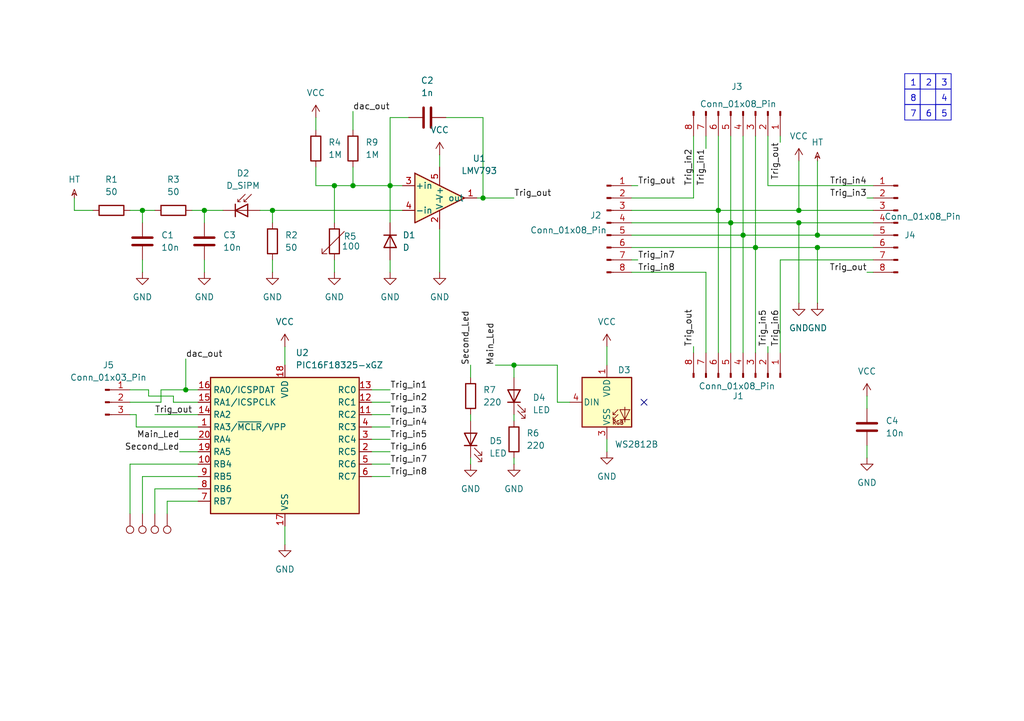
<source format=kicad_sch>
(kicad_sch
	(version 20231120)
	(generator "eeschema")
	(generator_version "8.0")
	(uuid "b9e07346-1748-4b89-9245-f30b5d180ac9")
	(paper "A5")
	(title_block
		(title "SiPM Pixel")
		(date "2024-04-02")
		(company "Muth.inc")
	)
	(lib_symbols
		(symbol "Connector:Conn_01x03_Pin"
			(pin_names
				(offset 1.016) hide)
			(exclude_from_sim no)
			(in_bom yes)
			(on_board yes)
			(property "Reference" "J"
				(at 0 5.08 0)
				(effects
					(font
						(size 1.27 1.27)
					)
				)
			)
			(property "Value" "Conn_01x03_Pin"
				(at 0 -5.08 0)
				(effects
					(font
						(size 1.27 1.27)
					)
				)
			)
			(property "Footprint" ""
				(at 0 0 0)
				(effects
					(font
						(size 1.27 1.27)
					)
					(hide yes)
				)
			)
			(property "Datasheet" "~"
				(at 0 0 0)
				(effects
					(font
						(size 1.27 1.27)
					)
					(hide yes)
				)
			)
			(property "Description" "Generic connector, single row, 01x03, script generated"
				(at 0 0 0)
				(effects
					(font
						(size 1.27 1.27)
					)
					(hide yes)
				)
			)
			(property "ki_locked" ""
				(at 0 0 0)
				(effects
					(font
						(size 1.27 1.27)
					)
				)
			)
			(property "ki_keywords" "connector"
				(at 0 0 0)
				(effects
					(font
						(size 1.27 1.27)
					)
					(hide yes)
				)
			)
			(property "ki_fp_filters" "Connector*:*_1x??_*"
				(at 0 0 0)
				(effects
					(font
						(size 1.27 1.27)
					)
					(hide yes)
				)
			)
			(symbol "Conn_01x03_Pin_1_1"
				(polyline
					(pts
						(xy 1.27 -2.54) (xy 0.8636 -2.54)
					)
					(stroke
						(width 0.1524)
						(type default)
					)
					(fill
						(type none)
					)
				)
				(polyline
					(pts
						(xy 1.27 0) (xy 0.8636 0)
					)
					(stroke
						(width 0.1524)
						(type default)
					)
					(fill
						(type none)
					)
				)
				(polyline
					(pts
						(xy 1.27 2.54) (xy 0.8636 2.54)
					)
					(stroke
						(width 0.1524)
						(type default)
					)
					(fill
						(type none)
					)
				)
				(rectangle
					(start 0.8636 -2.413)
					(end 0 -2.667)
					(stroke
						(width 0.1524)
						(type default)
					)
					(fill
						(type outline)
					)
				)
				(rectangle
					(start 0.8636 0.127)
					(end 0 -0.127)
					(stroke
						(width 0.1524)
						(type default)
					)
					(fill
						(type outline)
					)
				)
				(rectangle
					(start 0.8636 2.667)
					(end 0 2.413)
					(stroke
						(width 0.1524)
						(type default)
					)
					(fill
						(type outline)
					)
				)
				(pin passive line
					(at 5.08 2.54 180)
					(length 3.81)
					(name "Pin_1"
						(effects
							(font
								(size 1.27 1.27)
							)
						)
					)
					(number "1"
						(effects
							(font
								(size 1.27 1.27)
							)
						)
					)
				)
				(pin passive line
					(at 5.08 0 180)
					(length 3.81)
					(name "Pin_2"
						(effects
							(font
								(size 1.27 1.27)
							)
						)
					)
					(number "2"
						(effects
							(font
								(size 1.27 1.27)
							)
						)
					)
				)
				(pin passive line
					(at 5.08 -2.54 180)
					(length 3.81)
					(name "Pin_3"
						(effects
							(font
								(size 1.27 1.27)
							)
						)
					)
					(number "3"
						(effects
							(font
								(size 1.27 1.27)
							)
						)
					)
				)
			)
		)
		(symbol "Connector:Conn_01x08_Pin"
			(pin_names
				(offset 1.016) hide)
			(exclude_from_sim no)
			(in_bom yes)
			(on_board yes)
			(property "Reference" "J"
				(at 0 10.16 0)
				(effects
					(font
						(size 1.27 1.27)
					)
				)
			)
			(property "Value" "Conn_01x08_Pin"
				(at 0 -12.7 0)
				(effects
					(font
						(size 1.27 1.27)
					)
				)
			)
			(property "Footprint" ""
				(at 0 0 0)
				(effects
					(font
						(size 1.27 1.27)
					)
					(hide yes)
				)
			)
			(property "Datasheet" "~"
				(at 0 0 0)
				(effects
					(font
						(size 1.27 1.27)
					)
					(hide yes)
				)
			)
			(property "Description" "Generic connector, single row, 01x08, script generated"
				(at 0 0 0)
				(effects
					(font
						(size 1.27 1.27)
					)
					(hide yes)
				)
			)
			(property "ki_locked" ""
				(at 0 0 0)
				(effects
					(font
						(size 1.27 1.27)
					)
				)
			)
			(property "ki_keywords" "connector"
				(at 0 0 0)
				(effects
					(font
						(size 1.27 1.27)
					)
					(hide yes)
				)
			)
			(property "ki_fp_filters" "Connector*:*_1x??_*"
				(at 0 0 0)
				(effects
					(font
						(size 1.27 1.27)
					)
					(hide yes)
				)
			)
			(symbol "Conn_01x08_Pin_1_1"
				(polyline
					(pts
						(xy 1.27 -10.16) (xy 0.8636 -10.16)
					)
					(stroke
						(width 0.1524)
						(type default)
					)
					(fill
						(type none)
					)
				)
				(polyline
					(pts
						(xy 1.27 -7.62) (xy 0.8636 -7.62)
					)
					(stroke
						(width 0.1524)
						(type default)
					)
					(fill
						(type none)
					)
				)
				(polyline
					(pts
						(xy 1.27 -5.08) (xy 0.8636 -5.08)
					)
					(stroke
						(width 0.1524)
						(type default)
					)
					(fill
						(type none)
					)
				)
				(polyline
					(pts
						(xy 1.27 -2.54) (xy 0.8636 -2.54)
					)
					(stroke
						(width 0.1524)
						(type default)
					)
					(fill
						(type none)
					)
				)
				(polyline
					(pts
						(xy 1.27 0) (xy 0.8636 0)
					)
					(stroke
						(width 0.1524)
						(type default)
					)
					(fill
						(type none)
					)
				)
				(polyline
					(pts
						(xy 1.27 2.54) (xy 0.8636 2.54)
					)
					(stroke
						(width 0.1524)
						(type default)
					)
					(fill
						(type none)
					)
				)
				(polyline
					(pts
						(xy 1.27 5.08) (xy 0.8636 5.08)
					)
					(stroke
						(width 0.1524)
						(type default)
					)
					(fill
						(type none)
					)
				)
				(polyline
					(pts
						(xy 1.27 7.62) (xy 0.8636 7.62)
					)
					(stroke
						(width 0.1524)
						(type default)
					)
					(fill
						(type none)
					)
				)
				(rectangle
					(start 0.8636 -10.033)
					(end 0 -10.287)
					(stroke
						(width 0.1524)
						(type default)
					)
					(fill
						(type outline)
					)
				)
				(rectangle
					(start 0.8636 -7.493)
					(end 0 -7.747)
					(stroke
						(width 0.1524)
						(type default)
					)
					(fill
						(type outline)
					)
				)
				(rectangle
					(start 0.8636 -4.953)
					(end 0 -5.207)
					(stroke
						(width 0.1524)
						(type default)
					)
					(fill
						(type outline)
					)
				)
				(rectangle
					(start 0.8636 -2.413)
					(end 0 -2.667)
					(stroke
						(width 0.1524)
						(type default)
					)
					(fill
						(type outline)
					)
				)
				(rectangle
					(start 0.8636 0.127)
					(end 0 -0.127)
					(stroke
						(width 0.1524)
						(type default)
					)
					(fill
						(type outline)
					)
				)
				(rectangle
					(start 0.8636 2.667)
					(end 0 2.413)
					(stroke
						(width 0.1524)
						(type default)
					)
					(fill
						(type outline)
					)
				)
				(rectangle
					(start 0.8636 5.207)
					(end 0 4.953)
					(stroke
						(width 0.1524)
						(type default)
					)
					(fill
						(type outline)
					)
				)
				(rectangle
					(start 0.8636 7.747)
					(end 0 7.493)
					(stroke
						(width 0.1524)
						(type default)
					)
					(fill
						(type outline)
					)
				)
				(pin passive line
					(at 5.08 7.62 180)
					(length 3.81)
					(name "Pin_1"
						(effects
							(font
								(size 1.27 1.27)
							)
						)
					)
					(number "1"
						(effects
							(font
								(size 1.27 1.27)
							)
						)
					)
				)
				(pin passive line
					(at 5.08 5.08 180)
					(length 3.81)
					(name "Pin_2"
						(effects
							(font
								(size 1.27 1.27)
							)
						)
					)
					(number "2"
						(effects
							(font
								(size 1.27 1.27)
							)
						)
					)
				)
				(pin passive line
					(at 5.08 2.54 180)
					(length 3.81)
					(name "Pin_3"
						(effects
							(font
								(size 1.27 1.27)
							)
						)
					)
					(number "3"
						(effects
							(font
								(size 1.27 1.27)
							)
						)
					)
				)
				(pin passive line
					(at 5.08 0 180)
					(length 3.81)
					(name "Pin_4"
						(effects
							(font
								(size 1.27 1.27)
							)
						)
					)
					(number "4"
						(effects
							(font
								(size 1.27 1.27)
							)
						)
					)
				)
				(pin passive line
					(at 5.08 -2.54 180)
					(length 3.81)
					(name "Pin_5"
						(effects
							(font
								(size 1.27 1.27)
							)
						)
					)
					(number "5"
						(effects
							(font
								(size 1.27 1.27)
							)
						)
					)
				)
				(pin passive line
					(at 5.08 -5.08 180)
					(length 3.81)
					(name "Pin_6"
						(effects
							(font
								(size 1.27 1.27)
							)
						)
					)
					(number "6"
						(effects
							(font
								(size 1.27 1.27)
							)
						)
					)
				)
				(pin passive line
					(at 5.08 -7.62 180)
					(length 3.81)
					(name "Pin_7"
						(effects
							(font
								(size 1.27 1.27)
							)
						)
					)
					(number "7"
						(effects
							(font
								(size 1.27 1.27)
							)
						)
					)
				)
				(pin passive line
					(at 5.08 -10.16 180)
					(length 3.81)
					(name "Pin_8"
						(effects
							(font
								(size 1.27 1.27)
							)
						)
					)
					(number "8"
						(effects
							(font
								(size 1.27 1.27)
							)
						)
					)
				)
			)
		)
		(symbol "Connector:TestPoint"
			(pin_numbers hide)
			(pin_names
				(offset 0.762) hide)
			(exclude_from_sim no)
			(in_bom yes)
			(on_board yes)
			(property "Reference" "TP"
				(at 0 6.858 0)
				(effects
					(font
						(size 1.27 1.27)
					)
				)
			)
			(property "Value" "TestPoint"
				(at 0 5.08 0)
				(effects
					(font
						(size 1.27 1.27)
					)
				)
			)
			(property "Footprint" ""
				(at 5.08 0 0)
				(effects
					(font
						(size 1.27 1.27)
					)
					(hide yes)
				)
			)
			(property "Datasheet" "~"
				(at 5.08 0 0)
				(effects
					(font
						(size 1.27 1.27)
					)
					(hide yes)
				)
			)
			(property "Description" "test point"
				(at 0 0 0)
				(effects
					(font
						(size 1.27 1.27)
					)
					(hide yes)
				)
			)
			(property "ki_keywords" "test point tp"
				(at 0 0 0)
				(effects
					(font
						(size 1.27 1.27)
					)
					(hide yes)
				)
			)
			(property "ki_fp_filters" "Pin* Test*"
				(at 0 0 0)
				(effects
					(font
						(size 1.27 1.27)
					)
					(hide yes)
				)
			)
			(symbol "TestPoint_0_1"
				(circle
					(center 0 3.302)
					(radius 0.762)
					(stroke
						(width 0)
						(type default)
					)
					(fill
						(type none)
					)
				)
			)
			(symbol "TestPoint_1_1"
				(pin passive line
					(at 0 0 90)
					(length 2.54)
					(name "1"
						(effects
							(font
								(size 1.27 1.27)
							)
						)
					)
					(number "1"
						(effects
							(font
								(size 1.27 1.27)
							)
						)
					)
				)
			)
		)
		(symbol "Device:C"
			(pin_numbers hide)
			(pin_names
				(offset 0.254)
			)
			(exclude_from_sim no)
			(in_bom yes)
			(on_board yes)
			(property "Reference" "C"
				(at 0.635 2.54 0)
				(effects
					(font
						(size 1.27 1.27)
					)
					(justify left)
				)
			)
			(property "Value" "C"
				(at 0.635 -2.54 0)
				(effects
					(font
						(size 1.27 1.27)
					)
					(justify left)
				)
			)
			(property "Footprint" ""
				(at 0.9652 -3.81 0)
				(effects
					(font
						(size 1.27 1.27)
					)
					(hide yes)
				)
			)
			(property "Datasheet" "~"
				(at 0 0 0)
				(effects
					(font
						(size 1.27 1.27)
					)
					(hide yes)
				)
			)
			(property "Description" "Unpolarized capacitor"
				(at 0 0 0)
				(effects
					(font
						(size 1.27 1.27)
					)
					(hide yes)
				)
			)
			(property "ki_keywords" "cap capacitor"
				(at 0 0 0)
				(effects
					(font
						(size 1.27 1.27)
					)
					(hide yes)
				)
			)
			(property "ki_fp_filters" "C_*"
				(at 0 0 0)
				(effects
					(font
						(size 1.27 1.27)
					)
					(hide yes)
				)
			)
			(symbol "C_0_1"
				(polyline
					(pts
						(xy -2.032 -0.762) (xy 2.032 -0.762)
					)
					(stroke
						(width 0.508)
						(type default)
					)
					(fill
						(type none)
					)
				)
				(polyline
					(pts
						(xy -2.032 0.762) (xy 2.032 0.762)
					)
					(stroke
						(width 0.508)
						(type default)
					)
					(fill
						(type none)
					)
				)
			)
			(symbol "C_1_1"
				(pin passive line
					(at 0 3.81 270)
					(length 2.794)
					(name "~"
						(effects
							(font
								(size 1.27 1.27)
							)
						)
					)
					(number "1"
						(effects
							(font
								(size 1.27 1.27)
							)
						)
					)
				)
				(pin passive line
					(at 0 -3.81 90)
					(length 2.794)
					(name "~"
						(effects
							(font
								(size 1.27 1.27)
							)
						)
					)
					(number "2"
						(effects
							(font
								(size 1.27 1.27)
							)
						)
					)
				)
			)
		)
		(symbol "Device:D"
			(pin_numbers hide)
			(pin_names
				(offset 1.016) hide)
			(exclude_from_sim no)
			(in_bom yes)
			(on_board yes)
			(property "Reference" "D"
				(at 0 2.54 0)
				(effects
					(font
						(size 1.27 1.27)
					)
				)
			)
			(property "Value" "D"
				(at 0 -2.54 0)
				(effects
					(font
						(size 1.27 1.27)
					)
				)
			)
			(property "Footprint" ""
				(at 0 0 0)
				(effects
					(font
						(size 1.27 1.27)
					)
					(hide yes)
				)
			)
			(property "Datasheet" "~"
				(at 0 0 0)
				(effects
					(font
						(size 1.27 1.27)
					)
					(hide yes)
				)
			)
			(property "Description" "Diode"
				(at 0 0 0)
				(effects
					(font
						(size 1.27 1.27)
					)
					(hide yes)
				)
			)
			(property "Sim.Device" "D"
				(at 0 0 0)
				(effects
					(font
						(size 1.27 1.27)
					)
					(hide yes)
				)
			)
			(property "Sim.Pins" "1=K 2=A"
				(at 0 0 0)
				(effects
					(font
						(size 1.27 1.27)
					)
					(hide yes)
				)
			)
			(property "ki_keywords" "diode"
				(at 0 0 0)
				(effects
					(font
						(size 1.27 1.27)
					)
					(hide yes)
				)
			)
			(property "ki_fp_filters" "TO-???* *_Diode_* *SingleDiode* D_*"
				(at 0 0 0)
				(effects
					(font
						(size 1.27 1.27)
					)
					(hide yes)
				)
			)
			(symbol "D_0_1"
				(polyline
					(pts
						(xy -1.27 1.27) (xy -1.27 -1.27)
					)
					(stroke
						(width 0.254)
						(type default)
					)
					(fill
						(type none)
					)
				)
				(polyline
					(pts
						(xy 1.27 0) (xy -1.27 0)
					)
					(stroke
						(width 0)
						(type default)
					)
					(fill
						(type none)
					)
				)
				(polyline
					(pts
						(xy 1.27 1.27) (xy 1.27 -1.27) (xy -1.27 0) (xy 1.27 1.27)
					)
					(stroke
						(width 0.254)
						(type default)
					)
					(fill
						(type none)
					)
				)
			)
			(symbol "D_1_1"
				(pin passive line
					(at -3.81 0 0)
					(length 2.54)
					(name "K"
						(effects
							(font
								(size 1.27 1.27)
							)
						)
					)
					(number "1"
						(effects
							(font
								(size 1.27 1.27)
							)
						)
					)
				)
				(pin passive line
					(at 3.81 0 180)
					(length 2.54)
					(name "A"
						(effects
							(font
								(size 1.27 1.27)
							)
						)
					)
					(number "2"
						(effects
							(font
								(size 1.27 1.27)
							)
						)
					)
				)
			)
		)
		(symbol "Device:D_SiPM"
			(pin_numbers hide)
			(pin_names hide)
			(exclude_from_sim no)
			(in_bom yes)
			(on_board yes)
			(property "Reference" "D"
				(at 1.778 1.778 0)
				(effects
					(font
						(size 1.27 1.27)
					)
					(justify left)
				)
			)
			(property "Value" "D_SiPM"
				(at 0.254 -2.794 0)
				(effects
					(font
						(size 1.27 1.27)
					)
				)
			)
			(property "Footprint" ""
				(at 1.27 4.445 0)
				(effects
					(font
						(size 1.27 1.27)
					)
					(hide yes)
				)
			)
			(property "Datasheet" "~"
				(at 0 0 0)
				(effects
					(font
						(size 1.27 1.27)
					)
					(hide yes)
				)
			)
			(property "Description" "Silicon photomultiplier"
				(at 0 0 0)
				(effects
					(font
						(size 1.27 1.27)
					)
					(hide yes)
				)
			)
			(property "ki_keywords" "SiPM MPPC SPAD photon counting"
				(at 0 0 0)
				(effects
					(font
						(size 1.27 1.27)
					)
					(hide yes)
				)
			)
			(property "ki_fp_filters" "MPPC*"
				(at 0 0 0)
				(effects
					(font
						(size 1.27 1.27)
					)
					(hide yes)
				)
			)
			(symbol "D_SiPM_0_1"
				(polyline
					(pts
						(xy -1.27 0) (xy 1.27 0)
					)
					(stroke
						(width 0)
						(type default)
					)
					(fill
						(type none)
					)
				)
				(polyline
					(pts
						(xy -1.27 1.27) (xy -1.27 -1.27)
					)
					(stroke
						(width 0.254)
						(type default)
					)
					(fill
						(type none)
					)
				)
				(polyline
					(pts
						(xy -0.762 1.778) (xy -0.254 1.778)
					)
					(stroke
						(width 0)
						(type default)
					)
					(fill
						(type none)
					)
				)
				(polyline
					(pts
						(xy 1.27 1.27) (xy 1.27 -1.27)
					)
					(stroke
						(width 0.254)
						(type default)
					)
					(fill
						(type none)
					)
				)
				(polyline
					(pts
						(xy 0.762 3.302) (xy -0.762 1.778) (xy -0.762 2.286)
					)
					(stroke
						(width 0)
						(type default)
					)
					(fill
						(type none)
					)
				)
				(polyline
					(pts
						(xy 1.27 1.27) (xy -1.27 0) (xy 1.27 -1.27)
					)
					(stroke
						(width 0.254)
						(type default)
					)
					(fill
						(type none)
					)
				)
				(polyline
					(pts
						(xy 2.032 3.302) (xy 0.508 1.778) (xy 0.508 2.286) (xy 0.508 1.778) (xy 1.016 1.778)
					)
					(stroke
						(width 0)
						(type default)
					)
					(fill
						(type none)
					)
				)
			)
			(symbol "D_SiPM_1_1"
				(pin passive line
					(at -3.81 0 0)
					(length 2.54)
					(name "K"
						(effects
							(font
								(size 1.27 1.27)
							)
						)
					)
					(number "1"
						(effects
							(font
								(size 1.27 1.27)
							)
						)
					)
				)
				(pin passive line
					(at 3.81 0 180)
					(length 2.54)
					(name "A"
						(effects
							(font
								(size 1.27 1.27)
							)
						)
					)
					(number "2"
						(effects
							(font
								(size 1.27 1.27)
							)
						)
					)
				)
			)
		)
		(symbol "Device:LED"
			(pin_numbers hide)
			(pin_names
				(offset 1.016) hide)
			(exclude_from_sim no)
			(in_bom yes)
			(on_board yes)
			(property "Reference" "D"
				(at 0 2.54 0)
				(effects
					(font
						(size 1.27 1.27)
					)
				)
			)
			(property "Value" "LED"
				(at 0 -2.54 0)
				(effects
					(font
						(size 1.27 1.27)
					)
				)
			)
			(property "Footprint" ""
				(at 0 0 0)
				(effects
					(font
						(size 1.27 1.27)
					)
					(hide yes)
				)
			)
			(property "Datasheet" "~"
				(at 0 0 0)
				(effects
					(font
						(size 1.27 1.27)
					)
					(hide yes)
				)
			)
			(property "Description" "Light emitting diode"
				(at 0 0 0)
				(effects
					(font
						(size 1.27 1.27)
					)
					(hide yes)
				)
			)
			(property "ki_keywords" "LED diode"
				(at 0 0 0)
				(effects
					(font
						(size 1.27 1.27)
					)
					(hide yes)
				)
			)
			(property "ki_fp_filters" "LED* LED_SMD:* LED_THT:*"
				(at 0 0 0)
				(effects
					(font
						(size 1.27 1.27)
					)
					(hide yes)
				)
			)
			(symbol "LED_0_1"
				(polyline
					(pts
						(xy -1.27 -1.27) (xy -1.27 1.27)
					)
					(stroke
						(width 0.254)
						(type default)
					)
					(fill
						(type none)
					)
				)
				(polyline
					(pts
						(xy -1.27 0) (xy 1.27 0)
					)
					(stroke
						(width 0)
						(type default)
					)
					(fill
						(type none)
					)
				)
				(polyline
					(pts
						(xy 1.27 -1.27) (xy 1.27 1.27) (xy -1.27 0) (xy 1.27 -1.27)
					)
					(stroke
						(width 0.254)
						(type default)
					)
					(fill
						(type none)
					)
				)
				(polyline
					(pts
						(xy -3.048 -0.762) (xy -4.572 -2.286) (xy -3.81 -2.286) (xy -4.572 -2.286) (xy -4.572 -1.524)
					)
					(stroke
						(width 0)
						(type default)
					)
					(fill
						(type none)
					)
				)
				(polyline
					(pts
						(xy -1.778 -0.762) (xy -3.302 -2.286) (xy -2.54 -2.286) (xy -3.302 -2.286) (xy -3.302 -1.524)
					)
					(stroke
						(width 0)
						(type default)
					)
					(fill
						(type none)
					)
				)
			)
			(symbol "LED_1_1"
				(pin passive line
					(at -3.81 0 0)
					(length 2.54)
					(name "K"
						(effects
							(font
								(size 1.27 1.27)
							)
						)
					)
					(number "1"
						(effects
							(font
								(size 1.27 1.27)
							)
						)
					)
				)
				(pin passive line
					(at 3.81 0 180)
					(length 2.54)
					(name "A"
						(effects
							(font
								(size 1.27 1.27)
							)
						)
					)
					(number "2"
						(effects
							(font
								(size 1.27 1.27)
							)
						)
					)
				)
			)
		)
		(symbol "Device:R"
			(pin_numbers hide)
			(pin_names
				(offset 0)
			)
			(exclude_from_sim no)
			(in_bom yes)
			(on_board yes)
			(property "Reference" "R"
				(at 2.032 0 90)
				(effects
					(font
						(size 1.27 1.27)
					)
				)
			)
			(property "Value" "R"
				(at 0 0 90)
				(effects
					(font
						(size 1.27 1.27)
					)
				)
			)
			(property "Footprint" ""
				(at -1.778 0 90)
				(effects
					(font
						(size 1.27 1.27)
					)
					(hide yes)
				)
			)
			(property "Datasheet" "~"
				(at 0 0 0)
				(effects
					(font
						(size 1.27 1.27)
					)
					(hide yes)
				)
			)
			(property "Description" "Resistor"
				(at 0 0 0)
				(effects
					(font
						(size 1.27 1.27)
					)
					(hide yes)
				)
			)
			(property "ki_keywords" "R res resistor"
				(at 0 0 0)
				(effects
					(font
						(size 1.27 1.27)
					)
					(hide yes)
				)
			)
			(property "ki_fp_filters" "R_*"
				(at 0 0 0)
				(effects
					(font
						(size 1.27 1.27)
					)
					(hide yes)
				)
			)
			(symbol "R_0_1"
				(rectangle
					(start -1.016 -2.54)
					(end 1.016 2.54)
					(stroke
						(width 0.254)
						(type default)
					)
					(fill
						(type none)
					)
				)
			)
			(symbol "R_1_1"
				(pin passive line
					(at 0 3.81 270)
					(length 1.27)
					(name "~"
						(effects
							(font
								(size 1.27 1.27)
							)
						)
					)
					(number "1"
						(effects
							(font
								(size 1.27 1.27)
							)
						)
					)
				)
				(pin passive line
					(at 0 -3.81 90)
					(length 1.27)
					(name "~"
						(effects
							(font
								(size 1.27 1.27)
							)
						)
					)
					(number "2"
						(effects
							(font
								(size 1.27 1.27)
							)
						)
					)
				)
			)
		)
		(symbol "Device:R_Variable"
			(pin_numbers hide)
			(pin_names
				(offset 0)
			)
			(exclude_from_sim no)
			(in_bom yes)
			(on_board yes)
			(property "Reference" "R"
				(at 2.54 -2.54 90)
				(effects
					(font
						(size 1.27 1.27)
					)
					(justify left)
				)
			)
			(property "Value" "R_Variable"
				(at -2.54 -1.27 90)
				(effects
					(font
						(size 1.27 1.27)
					)
					(justify left)
				)
			)
			(property "Footprint" ""
				(at -1.778 0 90)
				(effects
					(font
						(size 1.27 1.27)
					)
					(hide yes)
				)
			)
			(property "Datasheet" "~"
				(at 0 0 0)
				(effects
					(font
						(size 1.27 1.27)
					)
					(hide yes)
				)
			)
			(property "Description" "Variable resistor"
				(at 0 0 0)
				(effects
					(font
						(size 1.27 1.27)
					)
					(hide yes)
				)
			)
			(property "ki_keywords" "R res resistor variable potentiometer rheostat"
				(at 0 0 0)
				(effects
					(font
						(size 1.27 1.27)
					)
					(hide yes)
				)
			)
			(property "ki_fp_filters" "R_*"
				(at 0 0 0)
				(effects
					(font
						(size 1.27 1.27)
					)
					(hide yes)
				)
			)
			(symbol "R_Variable_0_1"
				(rectangle
					(start -1.016 -2.54)
					(end 1.016 2.54)
					(stroke
						(width 0.254)
						(type default)
					)
					(fill
						(type none)
					)
				)
				(polyline
					(pts
						(xy 2.54 1.524) (xy 2.54 2.54) (xy 1.524 2.54) (xy 2.54 2.54) (xy -2.032 -2.032)
					)
					(stroke
						(width 0)
						(type default)
					)
					(fill
						(type none)
					)
				)
			)
			(symbol "R_Variable_1_1"
				(pin passive line
					(at 0 3.81 270)
					(length 1.27)
					(name "~"
						(effects
							(font
								(size 1.27 1.27)
							)
						)
					)
					(number "1"
						(effects
							(font
								(size 1.27 1.27)
							)
						)
					)
				)
				(pin passive line
					(at 0 -3.81 90)
					(length 1.27)
					(name "~"
						(effects
							(font
								(size 1.27 1.27)
							)
						)
					)
					(number "2"
						(effects
							(font
								(size 1.27 1.27)
							)
						)
					)
				)
			)
		)
		(symbol "LED:WS2812B"
			(pin_names
				(offset 0.254)
			)
			(exclude_from_sim no)
			(in_bom yes)
			(on_board yes)
			(property "Reference" "D3"
				(at 11.43 6.3186 0)
				(effects
					(font
						(size 1.27 1.27)
					)
				)
			)
			(property "Value" "WS2812B"
				(at 11.43 3.7786 0)
				(effects
					(font
						(size 1.27 1.27)
					)
				)
			)
			(property "Footprint" "SiPM_Pixel_footprint:LED_WS2812B_5.0x5.0mm_3Pin"
				(at 1.27 -7.62 0)
				(effects
					(font
						(size 1.27 1.27)
					)
					(justify left top)
					(hide yes)
				)
			)
			(property "Datasheet" "https://cdn-shop.adafruit.com/datasheets/WS2812B.pdf"
				(at 2.54 -9.525 0)
				(effects
					(font
						(size 1.27 1.27)
					)
					(justify left top)
					(hide yes)
				)
			)
			(property "Description" "RGB LED with integrated controller"
				(at 0 0 0)
				(effects
					(font
						(size 1.27 1.27)
					)
					(hide yes)
				)
			)
			(property "ki_keywords" "RGB LED NeoPixel addressable"
				(at 0 0 0)
				(effects
					(font
						(size 1.27 1.27)
					)
					(hide yes)
				)
			)
			(property "ki_fp_filters" "LED*WS2812*PLCC*5.0x5.0mm*P3.2mm*"
				(at 0 0 0)
				(effects
					(font
						(size 1.27 1.27)
					)
					(hide yes)
				)
			)
			(symbol "WS2812B_0_0"
				(text "RGB"
					(at 2.286 -4.191 0)
					(effects
						(font
							(size 0.762 0.762)
						)
					)
				)
			)
			(symbol "WS2812B_0_1"
				(polyline
					(pts
						(xy 1.27 -3.556) (xy 1.778 -3.556)
					)
					(stroke
						(width 0)
						(type default)
					)
					(fill
						(type none)
					)
				)
				(polyline
					(pts
						(xy 1.27 -2.54) (xy 1.778 -2.54)
					)
					(stroke
						(width 0)
						(type default)
					)
					(fill
						(type none)
					)
				)
				(polyline
					(pts
						(xy 4.699 -3.556) (xy 2.667 -3.556)
					)
					(stroke
						(width 0)
						(type default)
					)
					(fill
						(type none)
					)
				)
				(polyline
					(pts
						(xy 2.286 -2.54) (xy 1.27 -3.556) (xy 1.27 -3.048)
					)
					(stroke
						(width 0)
						(type default)
					)
					(fill
						(type none)
					)
				)
				(polyline
					(pts
						(xy 2.286 -1.524) (xy 1.27 -2.54) (xy 1.27 -2.032)
					)
					(stroke
						(width 0)
						(type default)
					)
					(fill
						(type none)
					)
				)
				(polyline
					(pts
						(xy 3.683 -1.016) (xy 3.683 -3.556) (xy 3.683 -4.064)
					)
					(stroke
						(width 0)
						(type default)
					)
					(fill
						(type none)
					)
				)
				(polyline
					(pts
						(xy 4.699 -1.524) (xy 2.667 -1.524) (xy 3.683 -3.556) (xy 4.699 -1.524)
					)
					(stroke
						(width 0)
						(type default)
					)
					(fill
						(type none)
					)
				)
				(rectangle
					(start 5.08 5.08)
					(end -5.08 -5.08)
					(stroke
						(width 0.254)
						(type default)
					)
					(fill
						(type background)
					)
				)
			)
			(symbol "WS2812B_1_1"
				(pin power_in line
					(at 0 7.62 270)
					(length 2.54)
					(name "VDD"
						(effects
							(font
								(size 1.27 1.27)
							)
						)
					)
					(number "1"
						(effects
							(font
								(size 1.27 1.27)
							)
						)
					)
				)
				(pin power_in line
					(at 0 -7.62 90)
					(length 2.54)
					(name "VSS"
						(effects
							(font
								(size 1.27 1.27)
							)
						)
					)
					(number "3"
						(effects
							(font
								(size 1.27 1.27)
							)
						)
					)
				)
				(pin input line
					(at -7.62 0 0)
					(length 2.54)
					(name "DIN"
						(effects
							(font
								(size 1.27 1.27)
							)
						)
					)
					(number "4"
						(effects
							(font
								(size 1.27 1.27)
							)
						)
					)
				)
			)
		)
		(symbol "MCU_Microchip_PIC16:PIC16F18325-xGZ"
			(exclude_from_sim no)
			(in_bom yes)
			(on_board yes)
			(property "Reference" "U"
				(at -12.7 13.97 0)
				(effects
					(font
						(size 1.27 1.27)
					)
				)
			)
			(property "Value" "PIC16F18325-xGZ"
				(at 10.16 13.97 0)
				(effects
					(font
						(size 1.27 1.27)
					)
				)
			)
			(property "Footprint" "Package_DFN_QFN:UQFN-20-1EP_4x4mm_P0.5mm_EP2.8x2.8mm"
				(at 1.27 -26.67 0)
				(effects
					(font
						(size 1.27 1.27)
					)
					(hide yes)
				)
			)
			(property "Datasheet" "http://ww1.microchip.com/downloads/en/DeviceDoc/40001795E.pdf"
				(at 0 0 0)
				(effects
					(font
						(size 1.27 1.27)
					)
					(hide yes)
				)
			)
			(property "Description" "8192W FLASH, 1024B SRAM, 256B EEPROM, QFN-20"
				(at 0 0 0)
				(effects
					(font
						(size 1.27 1.27)
					)
					(hide yes)
				)
			)
			(property "ki_keywords" "FLASH-Based 8-Bit CMOS Microcontroller Low Power"
				(at 0 0 0)
				(effects
					(font
						(size 1.27 1.27)
					)
					(hide yes)
				)
			)
			(property "ki_fp_filters" "UQFN*1EP*4x4mm*P0.5mm*"
				(at 0 0 0)
				(effects
					(font
						(size 1.27 1.27)
					)
					(hide yes)
				)
			)
			(symbol "PIC16F18325-xGZ_1_1"
				(rectangle
					(start -15.24 12.7)
					(end 15.24 -15.24)
					(stroke
						(width 0.254)
						(type default)
					)
					(fill
						(type background)
					)
				)
				(pin bidirectional line
					(at -17.78 2.54 0)
					(length 2.54)
					(name "RA3/~{MCLR}/VPP"
						(effects
							(font
								(size 1.27 1.27)
							)
						)
					)
					(number "1"
						(effects
							(font
								(size 1.27 1.27)
							)
						)
					)
				)
				(pin bidirectional line
					(at -17.78 -5.08 0)
					(length 2.54)
					(name "RB4"
						(effects
							(font
								(size 1.27 1.27)
							)
						)
					)
					(number "10"
						(effects
							(font
								(size 1.27 1.27)
							)
						)
					)
				)
				(pin bidirectional line
					(at 17.78 5.08 180)
					(length 2.54)
					(name "RC2"
						(effects
							(font
								(size 1.27 1.27)
							)
						)
					)
					(number "11"
						(effects
							(font
								(size 1.27 1.27)
							)
						)
					)
				)
				(pin bidirectional line
					(at 17.78 7.62 180)
					(length 2.54)
					(name "RC1"
						(effects
							(font
								(size 1.27 1.27)
							)
						)
					)
					(number "12"
						(effects
							(font
								(size 1.27 1.27)
							)
						)
					)
				)
				(pin bidirectional line
					(at 17.78 10.16 180)
					(length 2.54)
					(name "RC0"
						(effects
							(font
								(size 1.27 1.27)
							)
						)
					)
					(number "13"
						(effects
							(font
								(size 1.27 1.27)
							)
						)
					)
				)
				(pin bidirectional line
					(at -17.78 5.08 0)
					(length 2.54)
					(name "RA2"
						(effects
							(font
								(size 1.27 1.27)
							)
						)
					)
					(number "14"
						(effects
							(font
								(size 1.27 1.27)
							)
						)
					)
				)
				(pin bidirectional line
					(at -17.78 7.62 0)
					(length 2.54)
					(name "RA1/ICSPCLK"
						(effects
							(font
								(size 1.27 1.27)
							)
						)
					)
					(number "15"
						(effects
							(font
								(size 1.27 1.27)
							)
						)
					)
				)
				(pin bidirectional line
					(at -17.78 10.16 0)
					(length 2.54)
					(name "RA0/ICSPDAT"
						(effects
							(font
								(size 1.27 1.27)
							)
						)
					)
					(number "16"
						(effects
							(font
								(size 1.27 1.27)
							)
						)
					)
				)
				(pin power_in line
					(at 0 -17.78 90)
					(length 2.54)
					(name "VSS"
						(effects
							(font
								(size 1.27 1.27)
							)
						)
					)
					(number "17"
						(effects
							(font
								(size 1.27 1.27)
							)
						)
					)
				)
				(pin power_in line
					(at 0 15.24 270)
					(length 2.54)
					(name "VDD"
						(effects
							(font
								(size 1.27 1.27)
							)
						)
					)
					(number "18"
						(effects
							(font
								(size 1.27 1.27)
							)
						)
					)
				)
				(pin bidirectional line
					(at -17.78 -2.54 0)
					(length 2.54)
					(name "RA5"
						(effects
							(font
								(size 1.27 1.27)
							)
						)
					)
					(number "19"
						(effects
							(font
								(size 1.27 1.27)
							)
						)
					)
				)
				(pin bidirectional line
					(at 17.78 -2.54 180)
					(length 2.54)
					(name "RC5"
						(effects
							(font
								(size 1.27 1.27)
							)
						)
					)
					(number "2"
						(effects
							(font
								(size 1.27 1.27)
							)
						)
					)
				)
				(pin bidirectional line
					(at -17.78 0 0)
					(length 2.54)
					(name "RA4"
						(effects
							(font
								(size 1.27 1.27)
							)
						)
					)
					(number "20"
						(effects
							(font
								(size 1.27 1.27)
							)
						)
					)
				)
				(pin passive line
					(at 0 -17.78 90)
					(length 2.54) hide
					(name "VSS"
						(effects
							(font
								(size 1.27 1.27)
							)
						)
					)
					(number "21"
						(effects
							(font
								(size 1.27 1.27)
							)
						)
					)
				)
				(pin bidirectional line
					(at 17.78 0 180)
					(length 2.54)
					(name "RC4"
						(effects
							(font
								(size 1.27 1.27)
							)
						)
					)
					(number "3"
						(effects
							(font
								(size 1.27 1.27)
							)
						)
					)
				)
				(pin bidirectional line
					(at 17.78 2.54 180)
					(length 2.54)
					(name "RC3"
						(effects
							(font
								(size 1.27 1.27)
							)
						)
					)
					(number "4"
						(effects
							(font
								(size 1.27 1.27)
							)
						)
					)
				)
				(pin bidirectional line
					(at 17.78 -5.08 180)
					(length 2.54)
					(name "RC6"
						(effects
							(font
								(size 1.27 1.27)
							)
						)
					)
					(number "5"
						(effects
							(font
								(size 1.27 1.27)
							)
						)
					)
				)
				(pin bidirectional line
					(at 17.78 -7.62 180)
					(length 2.54)
					(name "RC7"
						(effects
							(font
								(size 1.27 1.27)
							)
						)
					)
					(number "6"
						(effects
							(font
								(size 1.27 1.27)
							)
						)
					)
				)
				(pin bidirectional line
					(at -17.78 -12.7 0)
					(length 2.54)
					(name "RB7"
						(effects
							(font
								(size 1.27 1.27)
							)
						)
					)
					(number "7"
						(effects
							(font
								(size 1.27 1.27)
							)
						)
					)
				)
				(pin bidirectional line
					(at -17.78 -10.16 0)
					(length 2.54)
					(name "RB6"
						(effects
							(font
								(size 1.27 1.27)
							)
						)
					)
					(number "8"
						(effects
							(font
								(size 1.27 1.27)
							)
						)
					)
				)
				(pin bidirectional line
					(at -17.78 -7.62 0)
					(length 2.54)
					(name "RB5"
						(effects
							(font
								(size 1.27 1.27)
							)
						)
					)
					(number "9"
						(effects
							(font
								(size 1.27 1.27)
							)
						)
					)
				)
			)
		)
		(symbol "SymboleLibrary:LMV793"
			(pin_names
				(offset 0.127)
			)
			(exclude_from_sim no)
			(in_bom yes)
			(on_board yes)
			(property "Reference" "U"
				(at 4.064 4.826 0)
				(effects
					(font
						(size 1.27 1.27)
					)
					(justify left)
				)
			)
			(property "Value" "LMV793"
				(at 0 -5.08 0)
				(effects
					(font
						(size 1.27 1.27)
					)
					(justify left)
				)
			)
			(property "Footprint" ""
				(at 0 0 0)
				(effects
					(font
						(size 1.27 1.27)
					)
					(justify left)
					(hide yes)
				)
			)
			(property "Datasheet" ""
				(at 0.508 -20.828 0)
				(effects
					(font
						(size 1.27 1.27)
					)
					(hide yes)
				)
			)
			(property "Description" "Operational Amplifiers, SOT-23-5"
				(at -1.27 19.558 0)
				(effects
					(font
						(size 1.27 1.27)
					)
					(hide yes)
				)
			)
			(property "ki_keywords" "single opamp"
				(at 0 0 0)
				(effects
					(font
						(size 1.27 1.27)
					)
					(hide yes)
				)
			)
			(property "ki_fp_filters" "SOT?23* *SC*70*"
				(at 0 0 0)
				(effects
					(font
						(size 1.27 1.27)
					)
					(hide yes)
				)
			)
			(symbol "LMV793_0_1"
				(polyline
					(pts
						(xy -5.08 5.08) (xy 5.08 0) (xy -5.08 -5.08) (xy -5.08 5.08)
					)
					(stroke
						(width 0.254)
						(type default)
					)
					(fill
						(type background)
					)
				)
				(pin power_in line
					(at 0 -6.35 90)
					(length 3.81)
					(name "V-"
						(effects
							(font
								(size 1.27 1.27)
							)
						)
					)
					(number "2"
						(effects
							(font
								(size 1.27 1.27)
							)
						)
					)
				)
				(pin power_in line
					(at 0 6.35 270)
					(length 3.81)
					(name "V+"
						(effects
							(font
								(size 1.27 1.27)
							)
						)
					)
					(number "5"
						(effects
							(font
								(size 1.27 1.27)
							)
						)
					)
				)
			)
			(symbol "LMV793_1_1"
				(pin output line
					(at 7.62 0 180)
					(length 2.54)
					(name "out"
						(effects
							(font
								(size 1.27 1.27)
							)
						)
					)
					(number "1"
						(effects
							(font
								(size 1.27 1.27)
							)
						)
					)
				)
				(pin input line
					(at -7.62 2.54 0)
					(length 2.54)
					(name "+in"
						(effects
							(font
								(size 1.27 1.27)
							)
						)
					)
					(number "3"
						(effects
							(font
								(size 1.27 1.27)
							)
						)
					)
				)
				(pin input line
					(at -7.62 -2.54 0)
					(length 2.54)
					(name "-in"
						(effects
							(font
								(size 1.27 1.27)
							)
						)
					)
					(number "4"
						(effects
							(font
								(size 1.27 1.27)
							)
						)
					)
				)
			)
		)
		(symbol "power:GND"
			(power)
			(pin_numbers hide)
			(pin_names
				(offset 0) hide)
			(exclude_from_sim no)
			(in_bom yes)
			(on_board yes)
			(property "Reference" "#PWR"
				(at 0 -6.35 0)
				(effects
					(font
						(size 1.27 1.27)
					)
					(hide yes)
				)
			)
			(property "Value" "GND"
				(at 0 -3.81 0)
				(effects
					(font
						(size 1.27 1.27)
					)
				)
			)
			(property "Footprint" ""
				(at 0 0 0)
				(effects
					(font
						(size 1.27 1.27)
					)
					(hide yes)
				)
			)
			(property "Datasheet" ""
				(at 0 0 0)
				(effects
					(font
						(size 1.27 1.27)
					)
					(hide yes)
				)
			)
			(property "Description" "Power symbol creates a global label with name \"GND\" , ground"
				(at 0 0 0)
				(effects
					(font
						(size 1.27 1.27)
					)
					(hide yes)
				)
			)
			(property "ki_keywords" "global power"
				(at 0 0 0)
				(effects
					(font
						(size 1.27 1.27)
					)
					(hide yes)
				)
			)
			(symbol "GND_0_1"
				(polyline
					(pts
						(xy 0 0) (xy 0 -1.27) (xy 1.27 -1.27) (xy 0 -2.54) (xy -1.27 -1.27) (xy 0 -1.27)
					)
					(stroke
						(width 0)
						(type default)
					)
					(fill
						(type none)
					)
				)
			)
			(symbol "GND_1_1"
				(pin power_in line
					(at 0 0 270)
					(length 0)
					(name "~"
						(effects
							(font
								(size 1.27 1.27)
							)
						)
					)
					(number "1"
						(effects
							(font
								(size 1.27 1.27)
							)
						)
					)
				)
			)
		)
		(symbol "power:HT"
			(power)
			(pin_numbers hide)
			(pin_names
				(offset 0) hide)
			(exclude_from_sim no)
			(in_bom yes)
			(on_board yes)
			(property "Reference" "#PWR"
				(at 0 -3.81 0)
				(effects
					(font
						(size 1.27 1.27)
					)
					(hide yes)
				)
			)
			(property "Value" "HT"
				(at 0 3.048 0)
				(effects
					(font
						(size 1.27 1.27)
					)
				)
			)
			(property "Footprint" ""
				(at 0 0 0)
				(effects
					(font
						(size 1.27 1.27)
					)
					(hide yes)
				)
			)
			(property "Datasheet" ""
				(at 0 0 0)
				(effects
					(font
						(size 1.27 1.27)
					)
					(hide yes)
				)
			)
			(property "Description" "Power symbol creates a global label with name \"HT\""
				(at 0 0 0)
				(effects
					(font
						(size 1.27 1.27)
					)
					(hide yes)
				)
			)
			(property "ki_keywords" "global power"
				(at 0 0 0)
				(effects
					(font
						(size 1.27 1.27)
					)
					(hide yes)
				)
			)
			(symbol "HT_0_0"
				(pin power_in line
					(at 0 0 90)
					(length 0)
					(name "~"
						(effects
							(font
								(size 1.27 1.27)
							)
						)
					)
					(number "1"
						(effects
							(font
								(size 1.27 1.27)
							)
						)
					)
				)
			)
			(symbol "HT_0_1"
				(polyline
					(pts
						(xy 0 0) (xy 0 1.016) (xy 0 1.016)
					)
					(stroke
						(width 0)
						(type default)
					)
					(fill
						(type none)
					)
				)
				(polyline
					(pts
						(xy 0 1.016) (xy 0.508 0.508) (xy 0 1.778) (xy -0.508 0.508) (xy 0 1.016) (xy 0 1.016)
					)
					(stroke
						(width 0)
						(type default)
					)
					(fill
						(type none)
					)
				)
			)
		)
		(symbol "power:VCC"
			(power)
			(pin_numbers hide)
			(pin_names
				(offset 0) hide)
			(exclude_from_sim no)
			(in_bom yes)
			(on_board yes)
			(property "Reference" "#PWR"
				(at 0 -3.81 0)
				(effects
					(font
						(size 1.27 1.27)
					)
					(hide yes)
				)
			)
			(property "Value" "VCC"
				(at 0 3.556 0)
				(effects
					(font
						(size 1.27 1.27)
					)
				)
			)
			(property "Footprint" ""
				(at 0 0 0)
				(effects
					(font
						(size 1.27 1.27)
					)
					(hide yes)
				)
			)
			(property "Datasheet" ""
				(at 0 0 0)
				(effects
					(font
						(size 1.27 1.27)
					)
					(hide yes)
				)
			)
			(property "Description" "Power symbol creates a global label with name \"VCC\""
				(at 0 0 0)
				(effects
					(font
						(size 1.27 1.27)
					)
					(hide yes)
				)
			)
			(property "ki_keywords" "global power"
				(at 0 0 0)
				(effects
					(font
						(size 1.27 1.27)
					)
					(hide yes)
				)
			)
			(symbol "VCC_0_1"
				(polyline
					(pts
						(xy -0.762 1.27) (xy 0 2.54)
					)
					(stroke
						(width 0)
						(type default)
					)
					(fill
						(type none)
					)
				)
				(polyline
					(pts
						(xy 0 0) (xy 0 2.54)
					)
					(stroke
						(width 0)
						(type default)
					)
					(fill
						(type none)
					)
				)
				(polyline
					(pts
						(xy 0 2.54) (xy 0.762 1.27)
					)
					(stroke
						(width 0)
						(type default)
					)
					(fill
						(type none)
					)
				)
			)
			(symbol "VCC_1_1"
				(pin power_in line
					(at 0 0 90)
					(length 0)
					(name "~"
						(effects
							(font
								(size 1.27 1.27)
							)
						)
					)
					(number "1"
						(effects
							(font
								(size 1.27 1.27)
							)
						)
					)
				)
			)
		)
	)
	(junction
		(at 163.83 43.18)
		(diameter 0)
		(color 0 0 0 0)
		(uuid "0c768265-be6d-4d41-93f6-6876c10b1425")
	)
	(junction
		(at 80.01 38.1)
		(diameter 0)
		(color 0 0 0 0)
		(uuid "0fcfd800-f669-44d3-abb4-ad8184931ae0")
	)
	(junction
		(at 149.86 45.72)
		(diameter 0)
		(color 0 0 0 0)
		(uuid "23b286bd-aec6-4d3f-ad62-11aeb372215a")
	)
	(junction
		(at 163.83 45.72)
		(diameter 0)
		(color 0 0 0 0)
		(uuid "27d3570b-11b7-4cea-b0ba-0b90ee23bded")
	)
	(junction
		(at 152.4 48.26)
		(diameter 0)
		(color 0 0 0 0)
		(uuid "2c90b91a-ea3f-4e50-9ffb-1369c433f03c")
	)
	(junction
		(at 55.88 43.18)
		(diameter 0)
		(color 0 0 0 0)
		(uuid "34aab92c-d70b-4dc6-8a83-6a21ba832c92")
	)
	(junction
		(at 38.1 80.01)
		(diameter 0)
		(color 0 0 0 0)
		(uuid "3d67677a-1a5e-42e9-b342-d642761b62ac")
	)
	(junction
		(at 72.39 38.1)
		(diameter 0)
		(color 0 0 0 0)
		(uuid "4bb8128c-5787-4a10-b69b-8fe51cc7a590")
	)
	(junction
		(at 99.06 40.64)
		(diameter 0)
		(color 0 0 0 0)
		(uuid "76cc5b08-eb74-4f19-832d-7e07312d0e70")
	)
	(junction
		(at 105.41 74.93)
		(diameter 0)
		(color 0 0 0 0)
		(uuid "78f22aac-f2d1-4dab-9cce-20cf62b7af6b")
	)
	(junction
		(at 68.58 38.1)
		(diameter 0)
		(color 0 0 0 0)
		(uuid "a1aa201f-d6a7-4e42-9c0c-31fb02e7916d")
	)
	(junction
		(at 167.64 48.26)
		(diameter 0)
		(color 0 0 0 0)
		(uuid "b85a4fe1-cd96-467d-a83b-e10dceb77556")
	)
	(junction
		(at 147.32 43.18)
		(diameter 0)
		(color 0 0 0 0)
		(uuid "ba51d780-6302-4bc7-a8a5-5b0a8c58b15b")
	)
	(junction
		(at 167.64 50.8)
		(diameter 0)
		(color 0 0 0 0)
		(uuid "bbc69731-cb8a-4707-95c5-e255200b80de")
	)
	(junction
		(at 41.91 43.18)
		(diameter 0)
		(color 0 0 0 0)
		(uuid "c00267cc-3c8b-4aff-aef3-23a31d6247c9")
	)
	(junction
		(at 154.94 50.8)
		(diameter 0)
		(color 0 0 0 0)
		(uuid "e8540400-41b6-4ba5-a851-02a69c788631")
	)
	(junction
		(at 29.21 43.18)
		(diameter 0)
		(color 0 0 0 0)
		(uuid "f2326a85-a353-4258-b78a-76ba03af8ab8")
	)
	(no_connect
		(at 132.08 82.55)
		(uuid "7fc2fd78-5691-41de-892c-2c0f967f0dd5")
	)
	(wire
		(pts
			(xy 76.2 95.25) (xy 80.01 95.25)
		)
		(stroke
			(width 0)
			(type default)
		)
		(uuid "0690173d-b53c-402f-92e8-db508f352934")
	)
	(wire
		(pts
			(xy 76.2 80.01) (xy 80.01 80.01)
		)
		(stroke
			(width 0)
			(type default)
		)
		(uuid "08b51691-6dc5-48a8-a44f-385f334b77aa")
	)
	(wire
		(pts
			(xy 177.8 91.44) (xy 177.8 93.98)
		)
		(stroke
			(width 0)
			(type default)
		)
		(uuid "0c3fc1ba-d88a-4ae2-bc03-ed35409d794c")
	)
	(wire
		(pts
			(xy 72.39 22.86) (xy 72.39 26.67)
		)
		(stroke
			(width 0)
			(type default)
		)
		(uuid "0e80bad1-e454-4cc1-9726-d2104d1c841e")
	)
	(wire
		(pts
			(xy 129.54 43.18) (xy 147.32 43.18)
		)
		(stroke
			(width 0)
			(type default)
		)
		(uuid "0eab5309-2f81-49ee-ac94-0dbe686a0522")
	)
	(wire
		(pts
			(xy 152.4 48.26) (xy 167.64 48.26)
		)
		(stroke
			(width 0)
			(type default)
		)
		(uuid "0f3aaaf5-e9fb-4fc3-b135-65542b452ad6")
	)
	(wire
		(pts
			(xy 76.2 82.55) (xy 80.01 82.55)
		)
		(stroke
			(width 0)
			(type default)
		)
		(uuid "10411255-e943-4287-803b-5c3a6d6b2855")
	)
	(wire
		(pts
			(xy 33.02 80.01) (xy 38.1 80.01)
		)
		(stroke
			(width 0)
			(type default)
		)
		(uuid "1304abd4-5c8e-4024-b0d6-737e505a4871")
	)
	(wire
		(pts
			(xy 99.06 40.64) (xy 105.41 40.64)
		)
		(stroke
			(width 0)
			(type default)
		)
		(uuid "17e13504-a12f-4cde-85ec-b44d152d3a08")
	)
	(wire
		(pts
			(xy 105.41 74.93) (xy 105.41 77.47)
		)
		(stroke
			(width 0)
			(type default)
		)
		(uuid "1bd5255b-8e2b-483b-b897-43b69fbf3848")
	)
	(wire
		(pts
			(xy 26.67 43.18) (xy 29.21 43.18)
		)
		(stroke
			(width 0)
			(type default)
		)
		(uuid "1eea14fa-88ea-4262-99f3-a552ccd76100")
	)
	(wire
		(pts
			(xy 144.78 72.39) (xy 144.78 55.88)
		)
		(stroke
			(width 0)
			(type default)
		)
		(uuid "21323eb9-0bac-4443-b2b0-e6d9cd7b223e")
	)
	(wire
		(pts
			(xy 96.52 93.98) (xy 96.52 95.25)
		)
		(stroke
			(width 0)
			(type default)
		)
		(uuid "22c4d492-8023-4c12-9236-012ed7a174ae")
	)
	(wire
		(pts
			(xy 154.94 50.8) (xy 154.94 72.39)
		)
		(stroke
			(width 0)
			(type default)
		)
		(uuid "22fa8f9d-3c08-491f-b4fb-791a328460ee")
	)
	(wire
		(pts
			(xy 30.48 80.01) (xy 30.48 81.28)
		)
		(stroke
			(width 0)
			(type default)
		)
		(uuid "2338a391-238b-4c59-b86b-6d6a1a2523c0")
	)
	(wire
		(pts
			(xy 34.29 102.87) (xy 40.64 102.87)
		)
		(stroke
			(width 0)
			(type default)
		)
		(uuid "23c19dda-a95c-4d87-95bd-afe4b8548994")
	)
	(wire
		(pts
			(xy 80.01 38.1) (xy 80.01 24.13)
		)
		(stroke
			(width 0)
			(type default)
		)
		(uuid "2588620a-ca0b-4045-94f6-43f4ee5c14a9")
	)
	(wire
		(pts
			(xy 36.83 92.71) (xy 40.64 92.71)
		)
		(stroke
			(width 0)
			(type default)
		)
		(uuid "25cb37e1-cc64-4b7d-826a-ef388b504da0")
	)
	(wire
		(pts
			(xy 68.58 45.72) (xy 68.58 38.1)
		)
		(stroke
			(width 0)
			(type default)
		)
		(uuid "25ebe1cf-cad4-43f0-8a04-ebb4737a9615")
	)
	(wire
		(pts
			(xy 29.21 43.18) (xy 31.75 43.18)
		)
		(stroke
			(width 0)
			(type default)
		)
		(uuid "27e8718f-0aa8-4a22-9a7b-03c1c4c92395")
	)
	(wire
		(pts
			(xy 99.06 40.64) (xy 99.06 24.13)
		)
		(stroke
			(width 0)
			(type default)
		)
		(uuid "2a8eb8fd-11b1-44cc-ad0c-3258dffa6e03")
	)
	(wire
		(pts
			(xy 160.02 27.94) (xy 160.02 29.21)
		)
		(stroke
			(width 0)
			(type default)
		)
		(uuid "2c8419be-615c-4b5b-86ff-cc7288469cec")
	)
	(wire
		(pts
			(xy 58.42 71.12) (xy 58.42 74.93)
		)
		(stroke
			(width 0)
			(type default)
		)
		(uuid "31379ea9-3ab6-40bc-84c5-aad11ee4968b")
	)
	(wire
		(pts
			(xy 105.41 85.09) (xy 105.41 86.36)
		)
		(stroke
			(width 0)
			(type default)
		)
		(uuid "3297d33b-3b28-45d8-b31f-078a702e7840")
	)
	(wire
		(pts
			(xy 129.54 38.1) (xy 130.81 38.1)
		)
		(stroke
			(width 0)
			(type default)
		)
		(uuid "3542d27d-2a67-40ce-ab5d-e8e48f4e5939")
	)
	(wire
		(pts
			(xy 154.94 27.94) (xy 154.94 50.8)
		)
		(stroke
			(width 0)
			(type default)
		)
		(uuid "35cb1606-eb2a-48ae-bc0d-880560795bb1")
	)
	(wire
		(pts
			(xy 76.2 97.79) (xy 80.01 97.79)
		)
		(stroke
			(width 0)
			(type default)
		)
		(uuid "3adeb03f-0d75-478f-b4d4-0e75ada25ea7")
	)
	(wire
		(pts
			(xy 129.54 55.88) (xy 144.78 55.88)
		)
		(stroke
			(width 0)
			(type default)
		)
		(uuid "3c8e9d4e-6333-4955-a8a7-85e1ccf7e6a5")
	)
	(wire
		(pts
			(xy 142.24 40.64) (xy 129.54 40.64)
		)
		(stroke
			(width 0)
			(type default)
		)
		(uuid "3c92ee81-853d-4ea5-b66e-2f654f763ae3")
	)
	(wire
		(pts
			(xy 163.83 33.02) (xy 163.83 43.18)
		)
		(stroke
			(width 0)
			(type default)
		)
		(uuid "3f0b4330-6a39-4dcd-8c53-6dc15d48c8f0")
	)
	(wire
		(pts
			(xy 31.75 85.09) (xy 40.64 85.09)
		)
		(stroke
			(width 0)
			(type default)
		)
		(uuid "43a43589-2079-4c7c-a3bf-efbcc5cecfe2")
	)
	(wire
		(pts
			(xy 167.64 48.26) (xy 179.07 48.26)
		)
		(stroke
			(width 0)
			(type default)
		)
		(uuid "44bf8ec1-dd78-41ef-8659-dae213c876fe")
	)
	(wire
		(pts
			(xy 64.77 38.1) (xy 68.58 38.1)
		)
		(stroke
			(width 0)
			(type default)
		)
		(uuid "46d105f9-803b-43db-ba05-e56ca2265590")
	)
	(wire
		(pts
			(xy 68.58 53.34) (xy 68.58 55.88)
		)
		(stroke
			(width 0)
			(type default)
		)
		(uuid "48574579-c5dc-4a37-a539-b147248036c6")
	)
	(wire
		(pts
			(xy 179.07 53.34) (xy 160.02 53.34)
		)
		(stroke
			(width 0)
			(type default)
		)
		(uuid "48f2c8a0-2286-4097-b245-6366a6daf88d")
	)
	(wire
		(pts
			(xy 97.79 40.64) (xy 99.06 40.64)
		)
		(stroke
			(width 0)
			(type default)
		)
		(uuid "4cfb0ab3-da42-400c-96c9-38cab3aa8c5a")
	)
	(wire
		(pts
			(xy 90.17 46.99) (xy 90.17 55.88)
		)
		(stroke
			(width 0)
			(type default)
		)
		(uuid "4f82e4eb-3726-4ab0-9e68-d8046376696f")
	)
	(wire
		(pts
			(xy 80.01 53.34) (xy 80.01 55.88)
		)
		(stroke
			(width 0)
			(type default)
		)
		(uuid "59709d52-474b-46e2-8b22-ab42e2b4aafa")
	)
	(wire
		(pts
			(xy 157.48 38.1) (xy 179.07 38.1)
		)
		(stroke
			(width 0)
			(type default)
		)
		(uuid "5a1fd1a7-b813-44fa-9105-d8e3fb7d5d3f")
	)
	(wire
		(pts
			(xy 15.24 40.64) (xy 15.24 43.18)
		)
		(stroke
			(width 0)
			(type default)
		)
		(uuid "5d55e9ec-5e10-4edb-8815-59f559ad0a68")
	)
	(wire
		(pts
			(xy 26.67 95.25) (xy 26.67 105.41)
		)
		(stroke
			(width 0)
			(type default)
		)
		(uuid "5da4a2df-0ea0-4ad1-9683-57e148a208b9")
	)
	(wire
		(pts
			(xy 40.64 95.25) (xy 26.67 95.25)
		)
		(stroke
			(width 0)
			(type default)
		)
		(uuid "5e7095e3-efe0-48ef-b179-860ec48da67a")
	)
	(wire
		(pts
			(xy 26.67 82.55) (xy 33.02 82.55)
		)
		(stroke
			(width 0)
			(type default)
		)
		(uuid "5f2ac6ce-e8de-4aa5-bb18-660f13626da0")
	)
	(wire
		(pts
			(xy 149.86 45.72) (xy 163.83 45.72)
		)
		(stroke
			(width 0)
			(type default)
		)
		(uuid "618ad81e-bb92-4a49-92f7-fbdb046182d9")
	)
	(wire
		(pts
			(xy 129.54 45.72) (xy 149.86 45.72)
		)
		(stroke
			(width 0)
			(type default)
		)
		(uuid "6209f7b6-8caf-49f1-a575-44776c57013e")
	)
	(wire
		(pts
			(xy 167.64 50.8) (xy 167.64 62.23)
		)
		(stroke
			(width 0)
			(type default)
		)
		(uuid "63b4c283-a0c4-486c-afab-179a326e2480")
	)
	(wire
		(pts
			(xy 154.94 50.8) (xy 167.64 50.8)
		)
		(stroke
			(width 0)
			(type default)
		)
		(uuid "67d8291b-45f9-4e88-a687-677042967e5f")
	)
	(wire
		(pts
			(xy 99.06 24.13) (xy 91.44 24.13)
		)
		(stroke
			(width 0)
			(type default)
		)
		(uuid "67e553a0-895f-4f40-ae61-e0f6f8338ef1")
	)
	(wire
		(pts
			(xy 36.83 90.17) (xy 40.64 90.17)
		)
		(stroke
			(width 0)
			(type default)
		)
		(uuid "6baad45d-3f82-4d24-857e-b06b579040ee")
	)
	(wire
		(pts
			(xy 149.86 45.72) (xy 149.86 72.39)
		)
		(stroke
			(width 0)
			(type default)
		)
		(uuid "6e8c6419-c95a-4fde-a388-f628f1c5f531")
	)
	(wire
		(pts
			(xy 41.91 53.34) (xy 41.91 55.88)
		)
		(stroke
			(width 0)
			(type default)
		)
		(uuid "71c17211-dbfb-4431-93a4-e13d2084d407")
	)
	(wire
		(pts
			(xy 124.46 90.17) (xy 124.46 92.71)
		)
		(stroke
			(width 0)
			(type default)
		)
		(uuid "7577821f-e543-4c00-bd7a-f84cbc1d6254")
	)
	(wire
		(pts
			(xy 129.54 50.8) (xy 154.94 50.8)
		)
		(stroke
			(width 0)
			(type default)
		)
		(uuid "7713bc99-d3f5-475a-9417-96483fdc7c77")
	)
	(wire
		(pts
			(xy 82.55 38.1) (xy 80.01 38.1)
		)
		(stroke
			(width 0)
			(type default)
		)
		(uuid "77a23fa5-793e-4811-8719-69257511e596")
	)
	(wire
		(pts
			(xy 34.29 102.87) (xy 34.29 105.41)
		)
		(stroke
			(width 0)
			(type default)
		)
		(uuid "7b949aaf-8115-41e2-bfeb-4e1d5d6f0c96")
	)
	(wire
		(pts
			(xy 167.64 33.02) (xy 167.64 48.26)
		)
		(stroke
			(width 0)
			(type default)
		)
		(uuid "7dd89383-d4e6-4b2c-8c01-877cbda4021f")
	)
	(wire
		(pts
			(xy 114.3 74.93) (xy 114.3 82.55)
		)
		(stroke
			(width 0)
			(type default)
		)
		(uuid "7e8b005d-cb7a-4b50-a56d-b4fc8f757a44")
	)
	(wire
		(pts
			(xy 160.02 53.34) (xy 160.02 72.39)
		)
		(stroke
			(width 0)
			(type default)
		)
		(uuid "808156c6-c94a-4b9d-987b-0e45a0e971ae")
	)
	(wire
		(pts
			(xy 27.94 85.09) (xy 27.94 87.63)
		)
		(stroke
			(width 0)
			(type default)
		)
		(uuid "80ddccc0-2b98-4b6f-a87d-00d2438679f1")
	)
	(wire
		(pts
			(xy 38.1 73.66) (xy 38.1 80.01)
		)
		(stroke
			(width 0)
			(type default)
		)
		(uuid "859c5764-9d1c-4b4f-b167-e87975576c4f")
	)
	(wire
		(pts
			(xy 72.39 34.29) (xy 72.39 38.1)
		)
		(stroke
			(width 0)
			(type default)
		)
		(uuid "85ccc218-826e-443a-84de-3adecfd94511")
	)
	(wire
		(pts
			(xy 163.83 45.72) (xy 163.83 62.23)
		)
		(stroke
			(width 0)
			(type default)
		)
		(uuid "869afb17-42f3-4515-88e0-f8be442932d0")
	)
	(wire
		(pts
			(xy 142.24 27.94) (xy 142.24 40.64)
		)
		(stroke
			(width 0)
			(type default)
		)
		(uuid "874f6ef5-ba60-4020-a642-672353bea3d9")
	)
	(wire
		(pts
			(xy 41.91 43.18) (xy 41.91 45.72)
		)
		(stroke
			(width 0)
			(type default)
		)
		(uuid "893c6b9e-e9ba-4a90-9275-fc27138fb472")
	)
	(wire
		(pts
			(xy 149.86 27.94) (xy 149.86 45.72)
		)
		(stroke
			(width 0)
			(type default)
		)
		(uuid "8949fd5c-9881-4ffe-a8a5-c89cafd9b43b")
	)
	(wire
		(pts
			(xy 157.48 27.94) (xy 157.48 38.1)
		)
		(stroke
			(width 0)
			(type default)
		)
		(uuid "8a6bda3f-86be-4f24-b95c-d860e916fe4f")
	)
	(wire
		(pts
			(xy 58.42 107.95) (xy 58.42 111.76)
		)
		(stroke
			(width 0)
			(type default)
		)
		(uuid "8d8d3084-c0ef-4dc2-9fb1-6316d8309e75")
	)
	(wire
		(pts
			(xy 80.01 24.13) (xy 83.82 24.13)
		)
		(stroke
			(width 0)
			(type default)
		)
		(uuid "8e174247-411f-4700-963c-d3276c227ad0")
	)
	(wire
		(pts
			(xy 114.3 82.55) (xy 116.84 82.55)
		)
		(stroke
			(width 0)
			(type default)
		)
		(uuid "8e64ba0f-c41c-44f3-b34f-4011f885cd32")
	)
	(wire
		(pts
			(xy 105.41 93.98) (xy 105.41 95.25)
		)
		(stroke
			(width 0)
			(type default)
		)
		(uuid "8fff4499-c7a8-4b0d-af1e-e14d72e22342")
	)
	(wire
		(pts
			(xy 96.52 85.09) (xy 96.52 86.36)
		)
		(stroke
			(width 0)
			(type default)
		)
		(uuid "910e7d6b-a136-4dd0-9409-ce099326b533")
	)
	(wire
		(pts
			(xy 29.21 43.18) (xy 29.21 45.72)
		)
		(stroke
			(width 0)
			(type default)
		)
		(uuid "94deb86f-a915-4940-b7c5-c11a8475ce66")
	)
	(wire
		(pts
			(xy 27.94 87.63) (xy 40.64 87.63)
		)
		(stroke
			(width 0)
			(type default)
		)
		(uuid "95cfc09f-5f2c-4bba-a832-1c0c6b212223")
	)
	(wire
		(pts
			(xy 55.88 43.18) (xy 55.88 45.72)
		)
		(stroke
			(width 0)
			(type default)
		)
		(uuid "96e71d9c-3948-4d17-85af-8b7144dd66af")
	)
	(wire
		(pts
			(xy 147.32 27.94) (xy 147.32 43.18)
		)
		(stroke
			(width 0)
			(type default)
		)
		(uuid "988a5b37-bd79-47f9-88d4-791313d10cc2")
	)
	(wire
		(pts
			(xy 55.88 53.34) (xy 55.88 55.88)
		)
		(stroke
			(width 0)
			(type default)
		)
		(uuid "9a535bc7-bb6d-4977-a732-cc6472088b9e")
	)
	(wire
		(pts
			(xy 29.21 97.79) (xy 29.21 105.41)
		)
		(stroke
			(width 0)
			(type default)
		)
		(uuid "9cd3c2ec-7d82-45f6-a98f-6dc9099b4646")
	)
	(wire
		(pts
			(xy 177.8 55.88) (xy 179.07 55.88)
		)
		(stroke
			(width 0)
			(type default)
		)
		(uuid "9cdbab28-7633-46e6-8bbc-0034b0b10a4c")
	)
	(wire
		(pts
			(xy 72.39 38.1) (xy 80.01 38.1)
		)
		(stroke
			(width 0)
			(type default)
		)
		(uuid "9d314fe4-9dbc-4c83-8477-e6a0afd5afe2")
	)
	(wire
		(pts
			(xy 39.37 43.18) (xy 41.91 43.18)
		)
		(stroke
			(width 0)
			(type default)
		)
		(uuid "a172fbbb-673a-4aa7-aa83-33d3d23c7331")
	)
	(wire
		(pts
			(xy 35.56 82.55) (xy 40.64 82.55)
		)
		(stroke
			(width 0)
			(type default)
		)
		(uuid "a6f6bcd8-53a8-4541-bdac-4358b381fd43")
	)
	(wire
		(pts
			(xy 129.54 48.26) (xy 152.4 48.26)
		)
		(stroke
			(width 0)
			(type default)
		)
		(uuid "a7432d8f-908d-41ea-b1cb-069ed4f0c6b9")
	)
	(wire
		(pts
			(xy 41.91 43.18) (xy 45.72 43.18)
		)
		(stroke
			(width 0)
			(type default)
		)
		(uuid "a91b57ba-f3c4-49bb-a054-f998b4de08c4")
	)
	(wire
		(pts
			(xy 26.67 80.01) (xy 30.48 80.01)
		)
		(stroke
			(width 0)
			(type default)
		)
		(uuid "a9273924-7422-4eab-8370-612293afa544")
	)
	(wire
		(pts
			(xy 177.8 81.28) (xy 177.8 83.82)
		)
		(stroke
			(width 0)
			(type default)
		)
		(uuid "acdaa178-de68-4cc1-bb18-b209d0a6808b")
	)
	(wire
		(pts
			(xy 105.41 74.93) (xy 114.3 74.93)
		)
		(stroke
			(width 0)
			(type default)
		)
		(uuid "ad85653c-84c0-4107-9ad4-962eb8b9978d")
	)
	(wire
		(pts
			(xy 96.52 74.93) (xy 96.52 77.47)
		)
		(stroke
			(width 0)
			(type default)
		)
		(uuid "ae6dab64-0350-4a74-b03b-eab8cbad8fbf")
	)
	(wire
		(pts
			(xy 55.88 43.18) (xy 82.55 43.18)
		)
		(stroke
			(width 0)
			(type default)
		)
		(uuid "ae790db1-3e2e-426c-91fa-8ff48633ddf8")
	)
	(wire
		(pts
			(xy 26.67 85.09) (xy 27.94 85.09)
		)
		(stroke
			(width 0)
			(type default)
		)
		(uuid "b0871cfd-794f-4eb8-be4a-14ffee3f1e09")
	)
	(wire
		(pts
			(xy 68.58 38.1) (xy 72.39 38.1)
		)
		(stroke
			(width 0)
			(type default)
		)
		(uuid "b2c62123-a8df-4686-90c9-9d2c645165e7")
	)
	(wire
		(pts
			(xy 167.64 50.8) (xy 179.07 50.8)
		)
		(stroke
			(width 0)
			(type default)
		)
		(uuid "b590cebd-54c5-46f7-aa5f-6a6127c33500")
	)
	(wire
		(pts
			(xy 144.78 27.94) (xy 144.78 30.48)
		)
		(stroke
			(width 0)
			(type default)
		)
		(uuid "bd096d5e-8e3e-4c40-90f9-af487d3a2e3b")
	)
	(wire
		(pts
			(xy 53.34 43.18) (xy 55.88 43.18)
		)
		(stroke
			(width 0)
			(type default)
		)
		(uuid "c07be590-0081-4c81-9c17-2e0764c4acad")
	)
	(wire
		(pts
			(xy 76.2 87.63) (xy 80.01 87.63)
		)
		(stroke
			(width 0)
			(type default)
		)
		(uuid "c240c165-a00a-41fb-9810-fa5911eb89d5")
	)
	(wire
		(pts
			(xy 147.32 43.18) (xy 163.83 43.18)
		)
		(stroke
			(width 0)
			(type default)
		)
		(uuid "c9322b08-252c-48cc-bdaa-2ada908c389b")
	)
	(wire
		(pts
			(xy 147.32 43.18) (xy 147.32 72.39)
		)
		(stroke
			(width 0)
			(type default)
		)
		(uuid "c98bcbbb-fb18-43ab-9cb7-bea2affc0640")
	)
	(wire
		(pts
			(xy 15.24 43.18) (xy 19.05 43.18)
		)
		(stroke
			(width 0)
			(type default)
		)
		(uuid "cd451bff-3db7-4053-8715-77b5f5bc2609")
	)
	(wire
		(pts
			(xy 90.17 31.75) (xy 90.17 34.29)
		)
		(stroke
			(width 0)
			(type default)
		)
		(uuid "d21a1578-4858-4e71-a627-90ca9f38198b")
	)
	(wire
		(pts
			(xy 163.83 45.72) (xy 179.07 45.72)
		)
		(stroke
			(width 0)
			(type default)
		)
		(uuid "d4cb0ae2-0055-4969-ba28-510a6cf531b0")
	)
	(wire
		(pts
			(xy 30.48 81.28) (xy 35.56 81.28)
		)
		(stroke
			(width 0)
			(type default)
		)
		(uuid "d6447f99-05c3-4758-94d2-5947891417c4")
	)
	(wire
		(pts
			(xy 31.75 100.33) (xy 31.75 105.41)
		)
		(stroke
			(width 0)
			(type default)
		)
		(uuid "d8bf58fe-65d8-43ee-bcf1-1e9e5f70f5f7")
	)
	(wire
		(pts
			(xy 80.01 38.1) (xy 80.01 45.72)
		)
		(stroke
			(width 0)
			(type default)
		)
		(uuid "d94b6aae-662e-4ed8-b8d7-d37717e6be49")
	)
	(wire
		(pts
			(xy 142.24 71.12) (xy 142.24 72.39)
		)
		(stroke
			(width 0)
			(type default)
		)
		(uuid "d95eb44b-de4d-4b82-8c12-221264445770")
	)
	(wire
		(pts
			(xy 64.77 34.29) (xy 64.77 38.1)
		)
		(stroke
			(width 0)
			(type default)
		)
		(uuid "da163ee2-8cc8-4d8f-b2c6-2c3751ee89ab")
	)
	(wire
		(pts
			(xy 124.46 71.12) (xy 124.46 74.93)
		)
		(stroke
			(width 0)
			(type default)
		)
		(uuid "daba98c3-dc5a-4a89-8d95-88b30e2f4714")
	)
	(wire
		(pts
			(xy 157.48 71.12) (xy 157.48 72.39)
		)
		(stroke
			(width 0)
			(type default)
		)
		(uuid "df5e590e-42e9-43f3-a0af-3a4adc4a7a2a")
	)
	(wire
		(pts
			(xy 101.6 74.93) (xy 105.41 74.93)
		)
		(stroke
			(width 0)
			(type default)
		)
		(uuid "dfc820cd-b16d-433e-9452-9c3edc831fb5")
	)
	(wire
		(pts
			(xy 76.2 85.09) (xy 80.01 85.09)
		)
		(stroke
			(width 0)
			(type default)
		)
		(uuid "e539b02b-b987-4230-b275-cdd86b969479")
	)
	(wire
		(pts
			(xy 129.54 53.34) (xy 130.81 53.34)
		)
		(stroke
			(width 0)
			(type default)
		)
		(uuid "e6310749-f5f9-484a-b16f-1ec0d4dbd465")
	)
	(wire
		(pts
			(xy 40.64 80.01) (xy 38.1 80.01)
		)
		(stroke
			(width 0)
			(type default)
		)
		(uuid "e67ba392-fcd0-476d-a158-dfa896e0a344")
	)
	(wire
		(pts
			(xy 29.21 53.34) (xy 29.21 55.88)
		)
		(stroke
			(width 0)
			(type default)
		)
		(uuid "e9fd9e4f-3ab2-4ea9-a06d-9a8f91be4e4b")
	)
	(wire
		(pts
			(xy 76.2 90.17) (xy 80.01 90.17)
		)
		(stroke
			(width 0)
			(type default)
		)
		(uuid "eeaef8ef-df1d-47bb-af6a-146d2a1e9e12")
	)
	(wire
		(pts
			(xy 40.64 100.33) (xy 31.75 100.33)
		)
		(stroke
			(width 0)
			(type default)
		)
		(uuid "efd7fa87-b6ff-4b3e-8765-5321440f5c66")
	)
	(wire
		(pts
			(xy 152.4 27.94) (xy 152.4 48.26)
		)
		(stroke
			(width 0)
			(type default)
		)
		(uuid "f2c19b10-a0e0-4c78-8d79-1cb29a8e2acc")
	)
	(wire
		(pts
			(xy 76.2 92.71) (xy 80.01 92.71)
		)
		(stroke
			(width 0)
			(type default)
		)
		(uuid "f36c9562-cf38-4b56-b7b4-cc16729133d0")
	)
	(wire
		(pts
			(xy 177.8 40.64) (xy 179.07 40.64)
		)
		(stroke
			(width 0)
			(type default)
		)
		(uuid "f3b5611a-f9c0-48d8-bdcf-4414beb63091")
	)
	(wire
		(pts
			(xy 29.21 97.79) (xy 40.64 97.79)
		)
		(stroke
			(width 0)
			(type default)
		)
		(uuid "f5ee5442-6a01-4fcd-8b9d-da04a2e8f2f2")
	)
	(wire
		(pts
			(xy 152.4 48.26) (xy 152.4 72.39)
		)
		(stroke
			(width 0)
			(type default)
		)
		(uuid "f5fc3c5f-0131-49e9-ba5d-468b526adf3c")
	)
	(wire
		(pts
			(xy 163.83 43.18) (xy 179.07 43.18)
		)
		(stroke
			(width 0)
			(type default)
		)
		(uuid "f6044961-1b7d-4e29-b9a3-a4a2b1db861a")
	)
	(wire
		(pts
			(xy 64.77 24.13) (xy 64.77 26.67)
		)
		(stroke
			(width 0)
			(type default)
		)
		(uuid "f62fb88a-6e23-4d6a-b5a6-4c62b5fd0d6d")
	)
	(wire
		(pts
			(xy 33.02 80.01) (xy 33.02 82.55)
		)
		(stroke
			(width 0)
			(type default)
		)
		(uuid "fd45cce5-81e5-425d-b6a3-83d8594fc923")
	)
	(wire
		(pts
			(xy 35.56 81.28) (xy 35.56 82.55)
		)
		(stroke
			(width 0)
			(type default)
		)
		(uuid "ff7e48a6-048b-4461-9d0d-665675a71683")
	)
	(rectangle
		(start 191.897 15.113)
		(end 195.072 18.288)
		(stroke
			(width 0)
			(type default)
		)
		(fill
			(type none)
		)
		(uuid 0fdb7de5-cccc-4530-b4c4-b15363bbf149)
	)
	(rectangle
		(start 191.897 18.288)
		(end 195.072 21.463)
		(stroke
			(width 0)
			(type default)
		)
		(fill
			(type none)
		)
		(uuid 18d84bcc-2454-4a5d-bae0-49e089ccccd5)
	)
	(rectangle
		(start 185.547 15.113)
		(end 188.722 18.288)
		(stroke
			(width 0)
			(type default)
		)
		(fill
			(type none)
		)
		(uuid 71a0599f-5236-4a15-8f2a-e9d6b3fe47d1)
	)
	(rectangle
		(start 191.897 21.463)
		(end 195.072 24.638)
		(stroke
			(width 0)
			(type default)
		)
		(fill
			(type none)
		)
		(uuid 792c82d0-a3e3-40c9-a683-72977a9f217a)
	)
	(rectangle
		(start 188.722 15.113)
		(end 191.897 18.288)
		(stroke
			(width 0)
			(type default)
		)
		(fill
			(type none)
		)
		(uuid a09c855b-dd26-4bfb-bfec-adabbec20df6)
	)
	(rectangle
		(start 185.547 21.463)
		(end 188.722 24.638)
		(stroke
			(width 0)
			(type default)
		)
		(fill
			(type none)
		)
		(uuid e59da29f-8678-4330-a0bb-23a2645e3839)
	)
	(rectangle
		(start 185.547 18.288)
		(end 188.722 21.463)
		(stroke
			(width 0)
			(type default)
		)
		(fill
			(type none)
		)
		(uuid eaa371a9-88c8-45fa-b39e-541d4e49ff00)
	)
	(rectangle
		(start 188.722 21.463)
		(end 191.897 24.638)
		(stroke
			(width 0)
			(type default)
		)
		(fill
			(type none)
		)
		(uuid fa0ee834-fe5d-4b13-8ffd-3968ae692b4e)
	)
	(text "5"
		(exclude_from_sim no)
		(at 193.675 23.495 0)
		(effects
			(font
				(size 1.27 1.27)
			)
		)
		(uuid "23ea4517-adc2-4247-83b6-2bb6179fdc14")
	)
	(text "8"
		(exclude_from_sim no)
		(at 187.325 20.32 0)
		(effects
			(font
				(size 1.27 1.27)
			)
		)
		(uuid "67af1b3f-a7fe-4840-b159-8398f3056d50")
	)
	(text "2\n"
		(exclude_from_sim no)
		(at 190.5 17.145 0)
		(effects
			(font
				(size 1.27 1.27)
			)
		)
		(uuid "6af0d1bf-2346-4e23-b77d-2dbf7863ce4c")
	)
	(text "1"
		(exclude_from_sim no)
		(at 187.325 17.145 0)
		(effects
			(font
				(size 1.27 1.27)
			)
		)
		(uuid "7146c4db-b24e-49a1-909d-661e84ec621b")
	)
	(text "6\n"
		(exclude_from_sim no)
		(at 190.5 23.495 0)
		(effects
			(font
				(size 1.27 1.27)
			)
		)
		(uuid "9345c4bf-e060-4259-a94a-e91aaf1f35ed")
	)
	(text "3"
		(exclude_from_sim no)
		(at 193.675 17.145 0)
		(effects
			(font
				(size 1.27 1.27)
			)
		)
		(uuid "a6a46023-e04d-4c56-8d21-5b4a5b3e2a91")
	)
	(text "4"
		(exclude_from_sim no)
		(at 193.675 20.32 0)
		(effects
			(font
				(size 1.27 1.27)
			)
		)
		(uuid "be2c1de6-7f16-44cf-89e5-69ce23fdea97")
	)
	(text "7"
		(exclude_from_sim no)
		(at 187.325 23.495 0)
		(effects
			(font
				(size 1.27 1.27)
			)
		)
		(uuid "e50b4a01-d075-4952-af92-7a632c39e5bc")
	)
	(label "Trig_in2"
		(at 142.24 30.48 270)
		(fields_autoplaced yes)
		(effects
			(font
				(size 1.27 1.27)
			)
			(justify right bottom)
		)
		(uuid "050e8fad-3db0-41a2-a629-a519c6759bdf")
	)
	(label "Trig_in6"
		(at 160.02 71.12 90)
		(fields_autoplaced yes)
		(effects
			(font
				(size 1.27 1.27)
			)
			(justify left bottom)
		)
		(uuid "0a39b6dd-272b-4308-b2e3-d5a2b2f551e7")
	)
	(label "Trig_in2"
		(at 80.01 82.55 0)
		(fields_autoplaced yes)
		(effects
			(font
				(size 1.27 1.27)
			)
			(justify left bottom)
		)
		(uuid "15a9062d-0913-405c-a237-e39916c4dfe2")
	)
	(label "Trig_out"
		(at 130.81 38.1 0)
		(fields_autoplaced yes)
		(effects
			(font
				(size 1.27 1.27)
			)
			(justify left bottom)
		)
		(uuid "18e834f3-ce42-42e8-a620-530e3d94fe23")
	)
	(label "Trig_in3"
		(at 80.01 85.09 0)
		(fields_autoplaced yes)
		(effects
			(font
				(size 1.27 1.27)
			)
			(justify left bottom)
		)
		(uuid "24500543-7cb4-41e4-889e-8bc1a48003c4")
	)
	(label "Trig_in1"
		(at 80.01 80.01 0)
		(fields_autoplaced yes)
		(effects
			(font
				(size 1.27 1.27)
			)
			(justify left bottom)
		)
		(uuid "383d361b-0add-4381-b93d-ee84d65d4621")
	)
	(label "Trig_in3"
		(at 177.8 40.64 180)
		(fields_autoplaced yes)
		(effects
			(font
				(size 1.27 1.27)
			)
			(justify right bottom)
		)
		(uuid "39084ac2-43b2-453e-a0ac-729afaeb6348")
	)
	(label "Trig_out"
		(at 105.41 40.64 0)
		(fields_autoplaced yes)
		(effects
			(font
				(size 1.27 1.27)
			)
			(justify left bottom)
		)
		(uuid "3b2f00bf-d340-4a06-bd96-c7ca2a711a7b")
	)
	(label "dac_out"
		(at 72.39 22.86 0)
		(fields_autoplaced yes)
		(effects
			(font
				(size 1.27 1.27)
			)
			(justify left bottom)
		)
		(uuid "41384b11-e68b-490a-a948-fba376160ac2")
	)
	(label "Trig_out"
		(at 142.24 71.12 90)
		(fields_autoplaced yes)
		(effects
			(font
				(size 1.27 1.27)
			)
			(justify left bottom)
		)
		(uuid "4760d987-82ad-4543-998b-aabcdeebd43c")
	)
	(label "Second_Led"
		(at 96.52 74.93 90)
		(fields_autoplaced yes)
		(effects
			(font
				(size 1.27 1.27)
			)
			(justify left bottom)
		)
		(uuid "4a6f66bf-4d28-4c35-b091-09cecb598af4")
	)
	(label "Trig_in8"
		(at 80.01 97.79 0)
		(fields_autoplaced yes)
		(effects
			(font
				(size 1.27 1.27)
			)
			(justify left bottom)
		)
		(uuid "548aec81-7516-4dbf-9285-41c0d0414cb8")
	)
	(label "Trig_in6"
		(at 80.01 92.71 0)
		(fields_autoplaced yes)
		(effects
			(font
				(size 1.27 1.27)
			)
			(justify left bottom)
		)
		(uuid "58a1a2ce-22e1-40c0-9575-39851f792db6")
	)
	(label "dac_out"
		(at 38.1 73.66 0)
		(fields_autoplaced yes)
		(effects
			(font
				(size 1.27 1.27)
			)
			(justify left bottom)
		)
		(uuid "629fc3f7-4ee6-4561-8705-9cb165927715")
	)
	(label "Trig_in4"
		(at 177.8 38.1 180)
		(fields_autoplaced yes)
		(effects
			(font
				(size 1.27 1.27)
			)
			(justify right bottom)
		)
		(uuid "67e6e8c5-c522-40c6-8c7f-546382cd8411")
	)
	(label "Trig_out"
		(at 31.75 85.09 0)
		(fields_autoplaced yes)
		(effects
			(font
				(size 1.27 1.27)
			)
			(justify left bottom)
		)
		(uuid "6cecdb53-3381-4169-be12-3f3e54a91201")
	)
	(label "Trig_out"
		(at 160.02 29.21 270)
		(fields_autoplaced yes)
		(effects
			(font
				(size 1.27 1.27)
			)
			(justify right bottom)
		)
		(uuid "6ec90b22-ec8f-4b4f-9a37-1040482ac458")
	)
	(label "Trig_out"
		(at 177.8 55.88 180)
		(fields_autoplaced yes)
		(effects
			(font
				(size 1.27 1.27)
			)
			(justify right bottom)
		)
		(uuid "960075a4-0eb3-4457-8693-83dbce6d5324")
	)
	(label "Trig_in1"
		(at 144.78 30.48 270)
		(fields_autoplaced yes)
		(effects
			(font
				(size 1.27 1.27)
			)
			(justify right bottom)
		)
		(uuid "99c9386b-d277-4470-a8ce-bb5a1e39cc5c")
	)
	(label "Trig_in5"
		(at 157.48 71.12 90)
		(fields_autoplaced yes)
		(effects
			(font
				(size 1.27 1.27)
			)
			(justify left bottom)
		)
		(uuid "b0f31940-58c1-45f6-b993-530faddbe5fa")
	)
	(label "Trig_in7"
		(at 80.01 95.25 0)
		(fields_autoplaced yes)
		(effects
			(font
				(size 1.27 1.27)
			)
			(justify left bottom)
		)
		(uuid "b5c0a1ac-dc2e-4afb-8f88-7c024506e8f4")
	)
	(label "Main_Led"
		(at 101.6 74.93 90)
		(fields_autoplaced yes)
		(effects
			(font
				(size 1.27 1.27)
			)
			(justify left bottom)
		)
		(uuid "ba51fae7-9d33-48ae-a706-20ae54c25ed0")
	)
	(label "Main_Led"
		(at 36.83 90.17 180)
		(fields_autoplaced yes)
		(effects
			(font
				(size 1.27 1.27)
			)
			(justify right bottom)
		)
		(uuid "ddc25988-db42-4888-8f98-3a0282e46f31")
	)
	(label "Second_Led"
		(at 36.83 92.71 180)
		(fields_autoplaced yes)
		(effects
			(font
				(size 1.27 1.27)
			)
			(justify right bottom)
		)
		(uuid "e49ecc4a-aee8-436c-a0df-d2afb24f747f")
	)
	(label "Trig_in4"
		(at 80.01 87.63 0)
		(fields_autoplaced yes)
		(effects
			(font
				(size 1.27 1.27)
			)
			(justify left bottom)
		)
		(uuid "ed00a10f-99d4-43f7-b7db-59a997b9b583")
	)
	(label "Trig_in8"
		(at 130.81 55.88 0)
		(fields_autoplaced yes)
		(effects
			(font
				(size 1.27 1.27)
			)
			(justify left bottom)
		)
		(uuid "ef8226cd-0a6a-4c8f-bb9f-5a98e2bbff2e")
	)
	(label "Trig_in7"
		(at 130.81 53.34 0)
		(fields_autoplaced yes)
		(effects
			(font
				(size 1.27 1.27)
			)
			(justify left bottom)
		)
		(uuid "f6f2e06d-3da0-42c1-b492-e2862f3e2c89")
	)
	(label "Trig_in5"
		(at 80.01 90.17 0)
		(fields_autoplaced yes)
		(effects
			(font
				(size 1.27 1.27)
			)
			(justify left bottom)
		)
		(uuid "f7270477-562b-4334-ba7e-5920ec805c98")
	)
	(symbol
		(lib_id "Connector:Conn_01x08_Pin")
		(at 124.46 45.72 0)
		(unit 1)
		(exclude_from_sim no)
		(in_bom yes)
		(on_board yes)
		(dnp no)
		(uuid "014fee76-2b6c-4e2d-81c6-90ff603df6a6")
		(property "Reference" "J2"
			(at 122.174 44.196 0)
			(effects
				(font
					(size 1.27 1.27)
				)
			)
		)
		(property "Value" "Conn_01x08_Pin"
			(at 116.586 47.244 0)
			(effects
				(font
					(size 1.27 1.27)
				)
			)
		)
		(property "Footprint" "Connector_PinHeader_2.54mm:PinHeader_1x08_P2.54mm_Vertical"
			(at 124.46 45.72 0)
			(effects
				(font
					(size 1.27 1.27)
				)
				(hide yes)
			)
		)
		(property "Datasheet" "~"
			(at 124.46 45.72 0)
			(effects
				(font
					(size 1.27 1.27)
				)
				(hide yes)
			)
		)
		(property "Description" "Generic connector, single row, 01x08, script generated"
			(at 124.46 45.72 0)
			(effects
				(font
					(size 1.27 1.27)
				)
				(hide yes)
			)
		)
		(pin "1"
			(uuid "e22796f5-ce76-4e98-9fdf-d87e030987ae")
		)
		(pin "5"
			(uuid "d2836234-f147-4a6e-beb9-93409cf6372c")
		)
		(pin "6"
			(uuid "086b7fcc-ecb0-46c6-a6c8-15f9e4d163e0")
		)
		(pin "2"
			(uuid "e89a23b6-a1db-40f9-bfa9-7fcf626d8ed1")
		)
		(pin "8"
			(uuid "8794f3f6-185f-448c-a93d-69565761095b")
		)
		(pin "4"
			(uuid "815078bf-fc57-4bfc-8276-6c3a919c9049")
		)
		(pin "3"
			(uuid "6179dc8c-1c73-4ba1-a4c2-30485f338b44")
		)
		(pin "7"
			(uuid "037fa317-1447-4ba7-a396-af939b040b07")
		)
		(instances
			(project "SiPM_Pixel"
				(path "/b9e07346-1748-4b89-9245-f30b5d180ac9"
					(reference "J2")
					(unit 1)
				)
			)
		)
	)
	(symbol
		(lib_id "power:GND")
		(at 55.88 55.88 0)
		(unit 1)
		(exclude_from_sim no)
		(in_bom yes)
		(on_board yes)
		(dnp no)
		(fields_autoplaced yes)
		(uuid "0185d258-50b9-4709-aee8-8b76673e7d01")
		(property "Reference" "#PWR02"
			(at 55.88 62.23 0)
			(effects
				(font
					(size 1.27 1.27)
				)
				(hide yes)
			)
		)
		(property "Value" "GND"
			(at 55.88 60.96 0)
			(effects
				(font
					(size 1.27 1.27)
				)
			)
		)
		(property "Footprint" ""
			(at 55.88 55.88 0)
			(effects
				(font
					(size 1.27 1.27)
				)
				(hide yes)
			)
		)
		(property "Datasheet" ""
			(at 55.88 55.88 0)
			(effects
				(font
					(size 1.27 1.27)
				)
				(hide yes)
			)
		)
		(property "Description" "Power symbol creates a global label with name \"GND\" , ground"
			(at 55.88 55.88 0)
			(effects
				(font
					(size 1.27 1.27)
				)
				(hide yes)
			)
		)
		(pin "1"
			(uuid "ef81fc4c-55c8-4ce7-b987-fda717af23c9")
		)
		(instances
			(project "SiPM_Pixel"
				(path "/b9e07346-1748-4b89-9245-f30b5d180ac9"
					(reference "#PWR02")
					(unit 1)
				)
			)
		)
	)
	(symbol
		(lib_id "power:GND")
		(at 90.17 55.88 0)
		(unit 1)
		(exclude_from_sim no)
		(in_bom yes)
		(on_board yes)
		(dnp no)
		(fields_autoplaced yes)
		(uuid "05c0654b-786f-4b91-8a00-c336442c89f6")
		(property "Reference" "#PWR08"
			(at 90.17 62.23 0)
			(effects
				(font
					(size 1.27 1.27)
				)
				(hide yes)
			)
		)
		(property "Value" "GND"
			(at 90.17 60.96 0)
			(effects
				(font
					(size 1.27 1.27)
				)
			)
		)
		(property "Footprint" ""
			(at 90.17 55.88 0)
			(effects
				(font
					(size 1.27 1.27)
				)
				(hide yes)
			)
		)
		(property "Datasheet" ""
			(at 90.17 55.88 0)
			(effects
				(font
					(size 1.27 1.27)
				)
				(hide yes)
			)
		)
		(property "Description" "Power symbol creates a global label with name \"GND\" , ground"
			(at 90.17 55.88 0)
			(effects
				(font
					(size 1.27 1.27)
				)
				(hide yes)
			)
		)
		(pin "1"
			(uuid "8140d517-93c5-46f8-9eb6-d95fd957fdce")
		)
		(instances
			(project "SiPM_Pixel"
				(path "/b9e07346-1748-4b89-9245-f30b5d180ac9"
					(reference "#PWR08")
					(unit 1)
				)
			)
		)
	)
	(symbol
		(lib_id "Device:LED")
		(at 105.41 81.28 90)
		(unit 1)
		(exclude_from_sim no)
		(in_bom yes)
		(on_board yes)
		(dnp no)
		(fields_autoplaced yes)
		(uuid "07c3563b-ed84-4ecd-b785-dab7e021143e")
		(property "Reference" "D4"
			(at 109.22 81.5974 90)
			(effects
				(font
					(size 1.27 1.27)
				)
				(justify right)
			)
		)
		(property "Value" "LED"
			(at 109.22 84.1374 90)
			(effects
				(font
					(size 1.27 1.27)
				)
				(justify right)
			)
		)
		(property "Footprint" "LED_SMD:LED_0805_2012Metric_Pad1.15x1.40mm_HandSolder"
			(at 105.41 81.28 0)
			(effects
				(font
					(size 1.27 1.27)
				)
				(hide yes)
			)
		)
		(property "Datasheet" "~"
			(at 105.41 81.28 0)
			(effects
				(font
					(size 1.27 1.27)
				)
				(hide yes)
			)
		)
		(property "Description" "Light emitting diode"
			(at 105.41 81.28 0)
			(effects
				(font
					(size 1.27 1.27)
				)
				(hide yes)
			)
		)
		(pin "1"
			(uuid "c8d6d5a9-ea6f-4fe6-bf51-045d98cf83f9")
		)
		(pin "2"
			(uuid "b61dcdaa-a07f-4dd1-a651-d0af5029b466")
		)
		(instances
			(project "SiPM_Pixel"
				(path "/b9e07346-1748-4b89-9245-f30b5d180ac9"
					(reference "D4")
					(unit 1)
				)
			)
		)
	)
	(symbol
		(lib_id "power:GND")
		(at 29.21 55.88 0)
		(unit 1)
		(exclude_from_sim no)
		(in_bom yes)
		(on_board yes)
		(dnp no)
		(fields_autoplaced yes)
		(uuid "0e0e1634-4d15-4d80-b0b3-880222d7e85e")
		(property "Reference" "#PWR03"
			(at 29.21 62.23 0)
			(effects
				(font
					(size 1.27 1.27)
				)
				(hide yes)
			)
		)
		(property "Value" "GND"
			(at 29.21 60.96 0)
			(effects
				(font
					(size 1.27 1.27)
				)
			)
		)
		(property "Footprint" ""
			(at 29.21 55.88 0)
			(effects
				(font
					(size 1.27 1.27)
				)
				(hide yes)
			)
		)
		(property "Datasheet" ""
			(at 29.21 55.88 0)
			(effects
				(font
					(size 1.27 1.27)
				)
				(hide yes)
			)
		)
		(property "Description" "Power symbol creates a global label with name \"GND\" , ground"
			(at 29.21 55.88 0)
			(effects
				(font
					(size 1.27 1.27)
				)
				(hide yes)
			)
		)
		(pin "1"
			(uuid "e7891e9d-1f6a-44de-ad1a-ad62d3ad29ae")
		)
		(instances
			(project "SiPM_Pixel"
				(path "/b9e07346-1748-4b89-9245-f30b5d180ac9"
					(reference "#PWR03")
					(unit 1)
				)
			)
		)
	)
	(symbol
		(lib_id "Device:R")
		(at 55.88 49.53 180)
		(unit 1)
		(exclude_from_sim no)
		(in_bom yes)
		(on_board yes)
		(dnp no)
		(fields_autoplaced yes)
		(uuid "0e192663-ee51-4d02-b0d6-b83b4a52f136")
		(property "Reference" "R2"
			(at 58.42 48.2599 0)
			(effects
				(font
					(size 1.27 1.27)
				)
				(justify right)
			)
		)
		(property "Value" "50"
			(at 58.42 50.7999 0)
			(effects
				(font
					(size 1.27 1.27)
				)
				(justify right)
			)
		)
		(property "Footprint" "Resistor_SMD:R_0805_2012Metric_Pad1.20x1.40mm_HandSolder"
			(at 57.658 49.53 90)
			(effects
				(font
					(size 1.27 1.27)
				)
				(hide yes)
			)
		)
		(property "Datasheet" "~"
			(at 55.88 49.53 0)
			(effects
				(font
					(size 1.27 1.27)
				)
				(hide yes)
			)
		)
		(property "Description" "Resistor"
			(at 55.88 49.53 0)
			(effects
				(font
					(size 1.27 1.27)
				)
				(hide yes)
			)
		)
		(pin "2"
			(uuid "2a1067c1-f68b-4b00-acb6-cdbec8c8967e")
		)
		(pin "1"
			(uuid "d6f01acb-3660-492c-ae6c-8a4462d569c1")
		)
		(instances
			(project "SiPM_Pixel"
				(path "/b9e07346-1748-4b89-9245-f30b5d180ac9"
					(reference "R2")
					(unit 1)
				)
			)
		)
	)
	(symbol
		(lib_id "power:VCC")
		(at 124.46 71.12 0)
		(unit 1)
		(exclude_from_sim no)
		(in_bom yes)
		(on_board yes)
		(dnp no)
		(fields_autoplaced yes)
		(uuid "0f98aaa3-1010-43a3-923c-b2157a24b6e2")
		(property "Reference" "#PWR016"
			(at 124.46 74.93 0)
			(effects
				(font
					(size 1.27 1.27)
				)
				(hide yes)
			)
		)
		(property "Value" "VCC"
			(at 124.46 66.04 0)
			(effects
				(font
					(size 1.27 1.27)
				)
			)
		)
		(property "Footprint" ""
			(at 124.46 71.12 0)
			(effects
				(font
					(size 1.27 1.27)
				)
				(hide yes)
			)
		)
		(property "Datasheet" ""
			(at 124.46 71.12 0)
			(effects
				(font
					(size 1.27 1.27)
				)
				(hide yes)
			)
		)
		(property "Description" "Power symbol creates a global label with name \"VCC\""
			(at 124.46 71.12 0)
			(effects
				(font
					(size 1.27 1.27)
				)
				(hide yes)
			)
		)
		(pin "1"
			(uuid "7c529b0f-ce88-43d6-aa01-2592d1f659a8")
		)
		(instances
			(project "SiPM_Pixel"
				(path "/b9e07346-1748-4b89-9245-f30b5d180ac9"
					(reference "#PWR016")
					(unit 1)
				)
			)
		)
	)
	(symbol
		(lib_id "Device:R")
		(at 105.41 90.17 180)
		(unit 1)
		(exclude_from_sim no)
		(in_bom yes)
		(on_board yes)
		(dnp no)
		(fields_autoplaced yes)
		(uuid "191c1529-ca92-43ca-910e-ff904f279492")
		(property "Reference" "R6"
			(at 107.95 88.8999 0)
			(effects
				(font
					(size 1.27 1.27)
				)
				(justify right)
			)
		)
		(property "Value" "220"
			(at 107.95 91.4399 0)
			(effects
				(font
					(size 1.27 1.27)
				)
				(justify right)
			)
		)
		(property "Footprint" "Resistor_SMD:R_0805_2012Metric_Pad1.20x1.40mm_HandSolder"
			(at 107.188 90.17 90)
			(effects
				(font
					(size 1.27 1.27)
				)
				(hide yes)
			)
		)
		(property "Datasheet" "~"
			(at 105.41 90.17 0)
			(effects
				(font
					(size 1.27 1.27)
				)
				(hide yes)
			)
		)
		(property "Description" "Resistor"
			(at 105.41 90.17 0)
			(effects
				(font
					(size 1.27 1.27)
				)
				(hide yes)
			)
		)
		(pin "2"
			(uuid "e4a35554-17ce-4d4a-8de5-3606da156e48")
		)
		(pin "1"
			(uuid "53b9c27e-f7d8-487e-9e3d-bc45c1b4e9ab")
		)
		(instances
			(project "SiPM_Pixel"
				(path "/b9e07346-1748-4b89-9245-f30b5d180ac9"
					(reference "R6")
					(unit 1)
				)
			)
		)
	)
	(symbol
		(lib_id "Device:R")
		(at 96.52 81.28 180)
		(unit 1)
		(exclude_from_sim no)
		(in_bom yes)
		(on_board yes)
		(dnp no)
		(fields_autoplaced yes)
		(uuid "1ac1ce14-d3b5-4a63-920e-ac346fa0330e")
		(property "Reference" "R7"
			(at 99.06 80.0099 0)
			(effects
				(font
					(size 1.27 1.27)
				)
				(justify right)
			)
		)
		(property "Value" "220"
			(at 99.06 82.5499 0)
			(effects
				(font
					(size 1.27 1.27)
				)
				(justify right)
			)
		)
		(property "Footprint" "Resistor_SMD:R_0805_2012Metric_Pad1.20x1.40mm_HandSolder"
			(at 98.298 81.28 90)
			(effects
				(font
					(size 1.27 1.27)
				)
				(hide yes)
			)
		)
		(property "Datasheet" "~"
			(at 96.52 81.28 0)
			(effects
				(font
					(size 1.27 1.27)
				)
				(hide yes)
			)
		)
		(property "Description" "Resistor"
			(at 96.52 81.28 0)
			(effects
				(font
					(size 1.27 1.27)
				)
				(hide yes)
			)
		)
		(pin "2"
			(uuid "2fa815cf-9b77-4bb7-9c88-5479b3f2ac43")
		)
		(pin "1"
			(uuid "a07f4a39-1949-4736-8f36-fda8347eea6e")
		)
		(instances
			(project "SiPM_Pixel"
				(path "/b9e07346-1748-4b89-9245-f30b5d180ac9"
					(reference "R7")
					(unit 1)
				)
			)
		)
	)
	(symbol
		(lib_id "power:GND")
		(at 58.42 111.76 0)
		(unit 1)
		(exclude_from_sim no)
		(in_bom yes)
		(on_board yes)
		(dnp no)
		(uuid "22a0f8af-83e1-4c88-aece-410d28778532")
		(property "Reference" "#PWR015"
			(at 58.42 118.11 0)
			(effects
				(font
					(size 1.27 1.27)
				)
				(hide yes)
			)
		)
		(property "Value" "GND"
			(at 58.42 116.84 0)
			(effects
				(font
					(size 1.27 1.27)
				)
			)
		)
		(property "Footprint" ""
			(at 58.42 111.76 0)
			(effects
				(font
					(size 1.27 1.27)
				)
				(hide yes)
			)
		)
		(property "Datasheet" ""
			(at 58.42 111.76 0)
			(effects
				(font
					(size 1.27 1.27)
				)
				(hide yes)
			)
		)
		(property "Description" "Power symbol creates a global label with name \"GND\" , ground"
			(at 58.42 111.76 0)
			(effects
				(font
					(size 1.27 1.27)
				)
				(hide yes)
			)
		)
		(pin "1"
			(uuid "edc954fc-67d6-478c-a796-8dbe252b6620")
		)
		(instances
			(project "SiPM_Pixel"
				(path "/b9e07346-1748-4b89-9245-f30b5d180ac9"
					(reference "#PWR015")
					(unit 1)
				)
			)
		)
	)
	(symbol
		(lib_id "power:GND")
		(at 124.46 92.71 0)
		(unit 1)
		(exclude_from_sim no)
		(in_bom yes)
		(on_board yes)
		(dnp no)
		(uuid "24c790e0-249b-4a06-8968-55cd520e132d")
		(property "Reference" "#PWR017"
			(at 124.46 99.06 0)
			(effects
				(font
					(size 1.27 1.27)
				)
				(hide yes)
			)
		)
		(property "Value" "GND"
			(at 124.46 97.79 0)
			(effects
				(font
					(size 1.27 1.27)
				)
			)
		)
		(property "Footprint" ""
			(at 124.46 92.71 0)
			(effects
				(font
					(size 1.27 1.27)
				)
				(hide yes)
			)
		)
		(property "Datasheet" ""
			(at 124.46 92.71 0)
			(effects
				(font
					(size 1.27 1.27)
				)
				(hide yes)
			)
		)
		(property "Description" "Power symbol creates a global label with name \"GND\" , ground"
			(at 124.46 92.71 0)
			(effects
				(font
					(size 1.27 1.27)
				)
				(hide yes)
			)
		)
		(pin "1"
			(uuid "86701cd4-e883-4bbb-810b-b44a9fd232a8")
		)
		(instances
			(project "SiPM_Pixel"
				(path "/b9e07346-1748-4b89-9245-f30b5d180ac9"
					(reference "#PWR017")
					(unit 1)
				)
			)
		)
	)
	(symbol
		(lib_id "Connector:Conn_01x08_Pin")
		(at 184.15 45.72 0)
		(mirror y)
		(unit 1)
		(exclude_from_sim no)
		(in_bom yes)
		(on_board yes)
		(dnp no)
		(uuid "345e63c5-035a-4be8-9e4a-3efe33491f3b")
		(property "Reference" "J4"
			(at 185.42 48.2601 0)
			(effects
				(font
					(size 1.27 1.27)
				)
				(justify right)
			)
		)
		(property "Value" "Conn_01x08_Pin"
			(at 181.356 44.45 0)
			(effects
				(font
					(size 1.27 1.27)
				)
				(justify right)
			)
		)
		(property "Footprint" "Connector_PinHeader_2.54mm:PinHeader_1x08_P2.54mm_Vertical"
			(at 184.15 45.72 0)
			(effects
				(font
					(size 1.27 1.27)
				)
				(hide yes)
			)
		)
		(property "Datasheet" "~"
			(at 184.15 45.72 0)
			(effects
				(font
					(size 1.27 1.27)
				)
				(hide yes)
			)
		)
		(property "Description" "Generic connector, single row, 01x08, script generated"
			(at 184.15 45.72 0)
			(effects
				(font
					(size 1.27 1.27)
				)
				(hide yes)
			)
		)
		(pin "1"
			(uuid "92f9db7c-9bed-4f98-b44a-f7780b1c6383")
		)
		(pin "5"
			(uuid "7d9464dc-33d9-4d2f-865f-1c57be42dc0d")
		)
		(pin "6"
			(uuid "f7b8d25e-704b-472a-84ca-d8a7f21fb394")
		)
		(pin "2"
			(uuid "f7e4fde8-36a0-4646-abdc-792df4c9576e")
		)
		(pin "8"
			(uuid "426026a0-66bd-4c9a-8b10-fce1a8fafd97")
		)
		(pin "4"
			(uuid "b0c766e6-659f-4c48-a65b-b67b2610ae2d")
		)
		(pin "3"
			(uuid "5a6b1df8-a3be-4333-a9de-8e237404d5ea")
		)
		(pin "7"
			(uuid "534668ae-b15f-4552-9a08-aa0d4e445b1b")
		)
		(instances
			(project "SiPM_Pixel"
				(path "/b9e07346-1748-4b89-9245-f30b5d180ac9"
					(reference "J4")
					(unit 1)
				)
			)
		)
	)
	(symbol
		(lib_id "MCU_Microchip_PIC16:PIC16F18325-xGZ")
		(at 58.42 90.17 0)
		(unit 1)
		(exclude_from_sim no)
		(in_bom yes)
		(on_board yes)
		(dnp no)
		(fields_autoplaced yes)
		(uuid "3949c37f-9358-4a66-a5ec-8b5307df9ff0")
		(property "Reference" "U2"
			(at 60.6141 72.39 0)
			(effects
				(font
					(size 1.27 1.27)
				)
				(justify left)
			)
		)
		(property "Value" "PIC16F18325-xGZ"
			(at 60.6141 74.93 0)
			(effects
				(font
					(size 1.27 1.27)
				)
				(justify left)
			)
		)
		(property "Footprint" "SiPM_Pixel_footprint:UQFN-20-1EP_4x4mm_P0.5mm_easy_solder"
			(at 59.69 116.84 0)
			(effects
				(font
					(size 1.27 1.27)
				)
				(hide yes)
			)
		)
		(property "Datasheet" "http://ww1.microchip.com/downloads/en/DeviceDoc/40001795E.pdf"
			(at 58.42 90.17 0)
			(effects
				(font
					(size 1.27 1.27)
				)
				(hide yes)
			)
		)
		(property "Description" "8192W FLASH, 1024B SRAM, 256B EEPROM, QFN-20"
			(at 58.42 90.17 0)
			(effects
				(font
					(size 1.27 1.27)
				)
				(hide yes)
			)
		)
		(pin "1"
			(uuid "4bc905ee-517c-494b-aea6-17db9b6e136b")
		)
		(pin "9"
			(uuid "0f30f240-873b-4da9-a8ae-102f8afa5e2a")
		)
		(pin "17"
			(uuid "9770df98-c781-4923-a70a-d32ef60a7b40")
		)
		(pin "20"
			(uuid "b833de42-2c0f-4b6b-83a6-670aa1a41f79")
		)
		(pin "13"
			(uuid "e32018c3-3336-49df-b4ec-52c7ee6872f4")
		)
		(pin "18"
			(uuid "84e56bce-e584-456c-8333-6caefe8589c3")
		)
		(pin "19"
			(uuid "b8e16329-c6d3-4c66-895b-0d5c9905a10c")
		)
		(pin "8"
			(uuid "b9916756-1306-4987-82f0-96ce89b2f427")
		)
		(pin "6"
			(uuid "45fa3e1d-ba6b-4afc-8445-c7f827843b61")
		)
		(pin "4"
			(uuid "b9275c6d-91cb-4dec-89fd-fd5cb3abc16d")
		)
		(pin "7"
			(uuid "704123fe-c148-4392-8c17-d54b899aad54")
		)
		(pin "16"
			(uuid "9c7634a9-704f-4863-8cf0-c7557b6eb8c6")
		)
		(pin "10"
			(uuid "e2f15f20-df70-4569-842d-7801e069bcf1")
		)
		(pin "11"
			(uuid "d5dbb261-479b-4413-9d38-5fe42f65f5be")
		)
		(pin "5"
			(uuid "fccfe487-8473-4f1d-b665-6e4bb5378981")
		)
		(pin "3"
			(uuid "1efeed3a-91aa-4da2-8ece-0f81d73f7475")
		)
		(pin "12"
			(uuid "2fcc8cf3-c3ab-4620-8a93-04a8275dc9da")
		)
		(pin "2"
			(uuid "0bf654fd-8ef8-4814-bdb5-c062c2c6dcd7")
		)
		(pin "21"
			(uuid "9cd35431-bcff-4f67-8ed8-125c1cfdc6f8")
		)
		(pin "14"
			(uuid "375a6d42-0bda-4f89-b848-3aa6363b2eca")
		)
		(pin "15"
			(uuid "9ee6cbfe-dc20-4a8b-87d0-e324e2079f78")
		)
		(instances
			(project "SiPM_Pixel"
				(path "/b9e07346-1748-4b89-9245-f30b5d180ac9"
					(reference "U2")
					(unit 1)
				)
			)
		)
	)
	(symbol
		(lib_id "Device:R")
		(at 22.86 43.18 90)
		(unit 1)
		(exclude_from_sim no)
		(in_bom yes)
		(on_board yes)
		(dnp no)
		(fields_autoplaced yes)
		(uuid "494e68d4-44cd-4ca4-985e-9544d6de8360")
		(property "Reference" "R1"
			(at 22.86 36.83 90)
			(effects
				(font
					(size 1.27 1.27)
				)
			)
		)
		(property "Value" "50"
			(at 22.86 39.37 90)
			(effects
				(font
					(size 1.27 1.27)
				)
			)
		)
		(property "Footprint" "Resistor_SMD:R_0805_2012Metric_Pad1.20x1.40mm_HandSolder"
			(at 22.86 44.958 90)
			(effects
				(font
					(size 1.27 1.27)
				)
				(hide yes)
			)
		)
		(property "Datasheet" "~"
			(at 22.86 43.18 0)
			(effects
				(font
					(size 1.27 1.27)
				)
				(hide yes)
			)
		)
		(property "Description" "Resistor"
			(at 22.86 43.18 0)
			(effects
				(font
					(size 1.27 1.27)
				)
				(hide yes)
			)
		)
		(pin "2"
			(uuid "d996eb60-8b81-4e3e-adb3-fd7f295cdb9b")
		)
		(pin "1"
			(uuid "4ce36724-369e-401a-9b3e-8f69655704b6")
		)
		(instances
			(project "SiPM_Pixel"
				(path "/b9e07346-1748-4b89-9245-f30b5d180ac9"
					(reference "R1")
					(unit 1)
				)
			)
		)
	)
	(symbol
		(lib_id "power:GND")
		(at 177.8 93.98 0)
		(unit 1)
		(exclude_from_sim no)
		(in_bom yes)
		(on_board yes)
		(dnp no)
		(fields_autoplaced yes)
		(uuid "4b197541-7f52-4337-b3ff-2e0cf6b9700f")
		(property "Reference" "#PWR019"
			(at 177.8 100.33 0)
			(effects
				(font
					(size 1.27 1.27)
				)
				(hide yes)
			)
		)
		(property "Value" "GND"
			(at 177.8 99.06 0)
			(effects
				(font
					(size 1.27 1.27)
				)
			)
		)
		(property "Footprint" ""
			(at 177.8 93.98 0)
			(effects
				(font
					(size 1.27 1.27)
				)
				(hide yes)
			)
		)
		(property "Datasheet" ""
			(at 177.8 93.98 0)
			(effects
				(font
					(size 1.27 1.27)
				)
				(hide yes)
			)
		)
		(property "Description" "Power symbol creates a global label with name \"GND\" , ground"
			(at 177.8 93.98 0)
			(effects
				(font
					(size 1.27 1.27)
				)
				(hide yes)
			)
		)
		(pin "1"
			(uuid "7c6f26e6-2d37-4598-8ee3-4a6359ea1790")
		)
		(instances
			(project "SiPM_Pixel"
				(path "/b9e07346-1748-4b89-9245-f30b5d180ac9"
					(reference "#PWR019")
					(unit 1)
				)
			)
		)
	)
	(symbol
		(lib_id "Connector:Conn_01x08_Pin")
		(at 152.4 77.47 270)
		(mirror x)
		(unit 1)
		(exclude_from_sim no)
		(in_bom yes)
		(on_board yes)
		(dnp no)
		(uuid "4c17bfe8-c883-44ab-899f-f08b1804ca5d")
		(property "Reference" "J1"
			(at 151.384 81.28 90)
			(effects
				(font
					(size 1.27 1.27)
				)
			)
		)
		(property "Value" "Conn_01x08_Pin"
			(at 151.13 79.248 90)
			(effects
				(font
					(size 1.27 1.27)
				)
			)
		)
		(property "Footprint" "Connector_PinHeader_2.54mm:PinHeader_1x08_P2.54mm_Vertical"
			(at 152.4 77.47 0)
			(effects
				(font
					(size 1.27 1.27)
				)
				(hide yes)
			)
		)
		(property "Datasheet" "~"
			(at 152.4 77.47 0)
			(effects
				(font
					(size 1.27 1.27)
				)
				(hide yes)
			)
		)
		(property "Description" "Generic connector, single row, 01x08, script generated"
			(at 152.4 77.47 0)
			(effects
				(font
					(size 1.27 1.27)
				)
				(hide yes)
			)
		)
		(pin "1"
			(uuid "0dc49a72-4360-4601-ba57-c44e408aad48")
		)
		(pin "5"
			(uuid "c7235c7c-ca39-43ed-b6b0-c09ef555ac09")
		)
		(pin "6"
			(uuid "b5329244-c753-46b7-82b4-42a0f14b93b5")
		)
		(pin "2"
			(uuid "0c6dedba-23e2-48c5-b786-1ed8d5ebec39")
		)
		(pin "8"
			(uuid "f8aaf305-2ddc-43ff-9141-d5522a2f3d5a")
		)
		(pin "4"
			(uuid "35c12c89-ef9b-4c11-850f-eefd4d2bf1f0")
		)
		(pin "3"
			(uuid "085ec8a7-8834-4aea-b714-1cd542e4f8e9")
		)
		(pin "7"
			(uuid "240deb9a-ef29-4711-ad4f-5afb66460e46")
		)
		(instances
			(project "SiPM_Pixel"
				(path "/b9e07346-1748-4b89-9245-f30b5d180ac9"
					(reference "J1")
					(unit 1)
				)
			)
		)
	)
	(symbol
		(lib_id "Device:R")
		(at 72.39 30.48 180)
		(unit 1)
		(exclude_from_sim no)
		(in_bom yes)
		(on_board yes)
		(dnp no)
		(fields_autoplaced yes)
		(uuid "4e57e1c8-da87-4032-b8bc-8fd34151770f")
		(property "Reference" "R9"
			(at 74.93 29.2099 0)
			(effects
				(font
					(size 1.27 1.27)
				)
				(justify right)
			)
		)
		(property "Value" "1M"
			(at 74.93 31.7499 0)
			(effects
				(font
					(size 1.27 1.27)
				)
				(justify right)
			)
		)
		(property "Footprint" "Resistor_SMD:R_0805_2012Metric_Pad1.20x1.40mm_HandSolder"
			(at 74.168 30.48 90)
			(effects
				(font
					(size 1.27 1.27)
				)
				(hide yes)
			)
		)
		(property "Datasheet" "~"
			(at 72.39 30.48 0)
			(effects
				(font
					(size 1.27 1.27)
				)
				(hide yes)
			)
		)
		(property "Description" "Resistor"
			(at 72.39 30.48 0)
			(effects
				(font
					(size 1.27 1.27)
				)
				(hide yes)
			)
		)
		(pin "2"
			(uuid "bfb08b09-36cb-4d79-971f-539483c32555")
		)
		(pin "1"
			(uuid "ad713338-3e02-462f-8930-d485a3d94e1d")
		)
		(instances
			(project "SiPM_Pixel"
				(path "/b9e07346-1748-4b89-9245-f30b5d180ac9"
					(reference "R9")
					(unit 1)
				)
			)
		)
	)
	(symbol
		(lib_id "Device:R_Variable")
		(at 68.58 49.53 180)
		(unit 1)
		(exclude_from_sim no)
		(in_bom yes)
		(on_board yes)
		(dnp no)
		(uuid "5e11650a-3b94-422d-8fa4-fa94c3054583")
		(property "Reference" "R5"
			(at 73.152 48.514 0)
			(effects
				(font
					(size 1.27 1.27)
				)
				(justify left)
			)
		)
		(property "Value" "100"
			(at 73.914 50.546 0)
			(effects
				(font
					(size 1.27 1.27)
				)
				(justify left)
			)
		)
		(property "Footprint" "SiPM_Pixel_footprint:R_0805_and_5x5Pot_HandSolder"
			(at 70.358 49.53 90)
			(effects
				(font
					(size 1.27 1.27)
				)
				(hide yes)
			)
		)
		(property "Datasheet" "~"
			(at 68.58 49.53 0)
			(effects
				(font
					(size 1.27 1.27)
				)
				(hide yes)
			)
		)
		(property "Description" "Variable resistor"
			(at 68.58 49.53 0)
			(effects
				(font
					(size 1.27 1.27)
				)
				(hide yes)
			)
		)
		(pin "2"
			(uuid "449c41d3-b194-405d-adf7-09a6c731fbb4")
		)
		(pin "1"
			(uuid "01aa636c-c3eb-422a-869e-527facaa82de")
		)
		(instances
			(project "SiPM_Pixel"
				(path "/b9e07346-1748-4b89-9245-f30b5d180ac9"
					(reference "R5")
					(unit 1)
				)
			)
		)
	)
	(symbol
		(lib_id "power:GND")
		(at 68.58 55.88 0)
		(unit 1)
		(exclude_from_sim no)
		(in_bom yes)
		(on_board yes)
		(dnp no)
		(fields_autoplaced yes)
		(uuid "681326a7-d438-4da8-a961-4ee86cbe6c0f")
		(property "Reference" "#PWR05"
			(at 68.58 62.23 0)
			(effects
				(font
					(size 1.27 1.27)
				)
				(hide yes)
			)
		)
		(property "Value" "GND"
			(at 68.58 60.96 0)
			(effects
				(font
					(size 1.27 1.27)
				)
			)
		)
		(property "Footprint" ""
			(at 68.58 55.88 0)
			(effects
				(font
					(size 1.27 1.27)
				)
				(hide yes)
			)
		)
		(property "Datasheet" ""
			(at 68.58 55.88 0)
			(effects
				(font
					(size 1.27 1.27)
				)
				(hide yes)
			)
		)
		(property "Description" "Power symbol creates a global label with name \"GND\" , ground"
			(at 68.58 55.88 0)
			(effects
				(font
					(size 1.27 1.27)
				)
				(hide yes)
			)
		)
		(pin "1"
			(uuid "eab9a4f3-c7ee-49b7-9c17-689f575fd2dc")
		)
		(instances
			(project "SiPM_Pixel"
				(path "/b9e07346-1748-4b89-9245-f30b5d180ac9"
					(reference "#PWR05")
					(unit 1)
				)
			)
		)
	)
	(symbol
		(lib_id "Device:LED")
		(at 96.52 90.17 90)
		(unit 1)
		(exclude_from_sim no)
		(in_bom yes)
		(on_board yes)
		(dnp no)
		(fields_autoplaced yes)
		(uuid "6b9a3bda-956b-476c-9d32-067b02a9cf2b")
		(property "Reference" "D5"
			(at 100.33 90.4874 90)
			(effects
				(font
					(size 1.27 1.27)
				)
				(justify right)
			)
		)
		(property "Value" "LED"
			(at 100.33 93.0274 90)
			(effects
				(font
					(size 1.27 1.27)
				)
				(justify right)
			)
		)
		(property "Footprint" "LED_SMD:LED_0805_2012Metric_Pad1.15x1.40mm_HandSolder"
			(at 96.52 90.17 0)
			(effects
				(font
					(size 1.27 1.27)
				)
				(hide yes)
			)
		)
		(property "Datasheet" "~"
			(at 96.52 90.17 0)
			(effects
				(font
					(size 1.27 1.27)
				)
				(hide yes)
			)
		)
		(property "Description" "Light emitting diode"
			(at 96.52 90.17 0)
			(effects
				(font
					(size 1.27 1.27)
				)
				(hide yes)
			)
		)
		(pin "1"
			(uuid "642a6540-5dc4-4fb4-ae23-19e2c6f70484")
		)
		(pin "2"
			(uuid "dec9d552-f1d3-4c1d-93ba-8a5d3240be77")
		)
		(instances
			(project "SiPM_Pixel"
				(path "/b9e07346-1748-4b89-9245-f30b5d180ac9"
					(reference "D5")
					(unit 1)
				)
			)
		)
	)
	(symbol
		(lib_id "Device:C")
		(at 87.63 24.13 270)
		(unit 1)
		(exclude_from_sim no)
		(in_bom yes)
		(on_board yes)
		(dnp no)
		(fields_autoplaced yes)
		(uuid "7808a6ad-f75c-4e0f-84c9-9837eb9ef99d")
		(property "Reference" "C2"
			(at 87.63 16.51 90)
			(effects
				(font
					(size 1.27 1.27)
				)
			)
		)
		(property "Value" "1n"
			(at 87.63 19.05 90)
			(effects
				(font
					(size 1.27 1.27)
				)
			)
		)
		(property "Footprint" "Capacitor_SMD:C_0805_2012Metric_Pad1.18x1.45mm_HandSolder"
			(at 83.82 25.0952 0)
			(effects
				(font
					(size 1.27 1.27)
				)
				(hide yes)
			)
		)
		(property "Datasheet" "~"
			(at 87.63 24.13 0)
			(effects
				(font
					(size 1.27 1.27)
				)
				(hide yes)
			)
		)
		(property "Description" "Unpolarized capacitor"
			(at 87.63 24.13 0)
			(effects
				(font
					(size 1.27 1.27)
				)
				(hide yes)
			)
		)
		(pin "2"
			(uuid "2ef3d46a-28bf-4efe-a75b-f4e315b6977a")
		)
		(pin "1"
			(uuid "e9ee7ef6-2d74-4a84-a6af-b389bccb328d")
		)
		(instances
			(project "SiPM_Pixel"
				(path "/b9e07346-1748-4b89-9245-f30b5d180ac9"
					(reference "C2")
					(unit 1)
				)
			)
		)
	)
	(symbol
		(lib_id "Device:R")
		(at 35.56 43.18 90)
		(unit 1)
		(exclude_from_sim no)
		(in_bom yes)
		(on_board yes)
		(dnp no)
		(fields_autoplaced yes)
		(uuid "7f54bede-1b24-4a74-92a5-1255e6b056d2")
		(property "Reference" "R3"
			(at 35.56 36.83 90)
			(effects
				(font
					(size 1.27 1.27)
				)
			)
		)
		(property "Value" "50"
			(at 35.56 39.37 90)
			(effects
				(font
					(size 1.27 1.27)
				)
			)
		)
		(property "Footprint" "Resistor_SMD:R_0805_2012Metric_Pad1.20x1.40mm_HandSolder"
			(at 35.56 44.958 90)
			(effects
				(font
					(size 1.27 1.27)
				)
				(hide yes)
			)
		)
		(property "Datasheet" "~"
			(at 35.56 43.18 0)
			(effects
				(font
					(size 1.27 1.27)
				)
				(hide yes)
			)
		)
		(property "Description" "Resistor"
			(at 35.56 43.18 0)
			(effects
				(font
					(size 1.27 1.27)
				)
				(hide yes)
			)
		)
		(pin "2"
			(uuid "e9aa5333-404a-4883-ba2a-3e57617bb031")
		)
		(pin "1"
			(uuid "319baeef-73d5-4cff-8ee0-429ffe55b29d")
		)
		(instances
			(project "SiPM_Pixel"
				(path "/b9e07346-1748-4b89-9245-f30b5d180ac9"
					(reference "R3")
					(unit 1)
				)
			)
		)
	)
	(symbol
		(lib_id "power:VCC")
		(at 64.77 24.13 0)
		(unit 1)
		(exclude_from_sim no)
		(in_bom yes)
		(on_board yes)
		(dnp no)
		(fields_autoplaced yes)
		(uuid "82480e71-96e0-41c5-a7a3-84875b8f0870")
		(property "Reference" "#PWR07"
			(at 64.77 27.94 0)
			(effects
				(font
					(size 1.27 1.27)
				)
				(hide yes)
			)
		)
		(property "Value" "VCC"
			(at 64.77 19.05 0)
			(effects
				(font
					(size 1.27 1.27)
				)
			)
		)
		(property "Footprint" ""
			(at 64.77 24.13 0)
			(effects
				(font
					(size 1.27 1.27)
				)
				(hide yes)
			)
		)
		(property "Datasheet" ""
			(at 64.77 24.13 0)
			(effects
				(font
					(size 1.27 1.27)
				)
				(hide yes)
			)
		)
		(property "Description" "Power symbol creates a global label with name \"VCC\""
			(at 64.77 24.13 0)
			(effects
				(font
					(size 1.27 1.27)
				)
				(hide yes)
			)
		)
		(pin "1"
			(uuid "1030ce45-0ea6-470c-935a-215c4f119e5a")
		)
		(instances
			(project "SiPM_Pixel"
				(path "/b9e07346-1748-4b89-9245-f30b5d180ac9"
					(reference "#PWR07")
					(unit 1)
				)
			)
		)
	)
	(symbol
		(lib_id "Device:C")
		(at 177.8 87.63 0)
		(unit 1)
		(exclude_from_sim no)
		(in_bom yes)
		(on_board yes)
		(dnp no)
		(uuid "8817d9ea-e054-48d4-b90b-173a0b6e97ca")
		(property "Reference" "C4"
			(at 181.61 86.3599 0)
			(effects
				(font
					(size 1.27 1.27)
				)
				(justify left)
			)
		)
		(property "Value" "10n"
			(at 181.61 88.8999 0)
			(effects
				(font
					(size 1.27 1.27)
				)
				(justify left)
			)
		)
		(property "Footprint" "Capacitor_SMD:C_0805_2012Metric_Pad1.18x1.45mm_HandSolder"
			(at 178.7652 91.44 0)
			(effects
				(font
					(size 1.27 1.27)
				)
				(hide yes)
			)
		)
		(property "Datasheet" "~"
			(at 177.8 87.63 0)
			(effects
				(font
					(size 1.27 1.27)
				)
				(hide yes)
			)
		)
		(property "Description" "Unpolarized capacitor"
			(at 177.8 87.63 0)
			(effects
				(font
					(size 1.27 1.27)
				)
				(hide yes)
			)
		)
		(pin "2"
			(uuid "74bd8b4c-a0b6-471e-b3ca-f1e674161718")
		)
		(pin "1"
			(uuid "4c45dafd-ded1-47e7-9740-0ee20abf1e02")
		)
		(instances
			(project "SiPM_Pixel"
				(path "/b9e07346-1748-4b89-9245-f30b5d180ac9"
					(reference "C4")
					(unit 1)
				)
			)
		)
	)
	(symbol
		(lib_id "Connector:TestPoint")
		(at 34.29 105.41 180)
		(unit 1)
		(exclude_from_sim no)
		(in_bom yes)
		(on_board yes)
		(dnp no)
		(fields_autoplaced yes)
		(uuid "8c6c8b8b-3d62-41c5-9701-c5c08b403754")
		(property "Reference" "b7"
			(at 36.83 107.4419 0)
			(effects
				(font
					(size 1.27 1.27)
				)
				(justify right)
				(hide yes)
			)
		)
		(property "Value" "TestPoint"
			(at 36.83 109.9819 0)
			(effects
				(font
					(size 1.27 1.27)
				)
				(justify right)
				(hide yes)
			)
		)
		(property "Footprint" "SiPM_Pixel_footprint:TestPoint_Pad_1x1mm"
			(at 29.21 105.41 0)
			(effects
				(font
					(size 1.27 1.27)
				)
				(hide yes)
			)
		)
		(property "Datasheet" "~"
			(at 29.21 105.41 0)
			(effects
				(font
					(size 1.27 1.27)
				)
				(hide yes)
			)
		)
		(property "Description" "test point"
			(at 34.29 105.41 0)
			(effects
				(font
					(size 1.27 1.27)
				)
				(hide yes)
			)
		)
		(pin "1"
			(uuid "d7edfb8d-d678-488b-b032-8887dde13b29")
		)
		(instances
			(project "SiPM_Pixel"
				(path "/b9e07346-1748-4b89-9245-f30b5d180ac9"
					(reference "b7")
					(unit 1)
				)
			)
		)
	)
	(symbol
		(lib_id "power:GND")
		(at 163.83 62.23 0)
		(unit 1)
		(exclude_from_sim no)
		(in_bom yes)
		(on_board yes)
		(dnp no)
		(uuid "93338f8f-df2a-428b-9e2b-0ba2ad9a7ac9")
		(property "Reference" "#PWR010"
			(at 163.83 68.58 0)
			(effects
				(font
					(size 1.27 1.27)
				)
				(hide yes)
			)
		)
		(property "Value" "GND"
			(at 163.83 67.31 0)
			(effects
				(font
					(size 1.27 1.27)
				)
			)
		)
		(property "Footprint" ""
			(at 163.83 62.23 0)
			(effects
				(font
					(size 1.27 1.27)
				)
				(hide yes)
			)
		)
		(property "Datasheet" ""
			(at 163.83 62.23 0)
			(effects
				(font
					(size 1.27 1.27)
				)
				(hide yes)
			)
		)
		(property "Description" "Power symbol creates a global label with name \"GND\" , ground"
			(at 163.83 62.23 0)
			(effects
				(font
					(size 1.27 1.27)
				)
				(hide yes)
			)
		)
		(pin "1"
			(uuid "0dac2535-f5c4-44c8-b22f-b91679fcf35f")
		)
		(instances
			(project "SiPM_Pixel"
				(path "/b9e07346-1748-4b89-9245-f30b5d180ac9"
					(reference "#PWR010")
					(unit 1)
				)
			)
		)
	)
	(symbol
		(lib_id "Connector:TestPoint")
		(at 29.21 105.41 180)
		(unit 1)
		(exclude_from_sim no)
		(in_bom yes)
		(on_board yes)
		(dnp no)
		(fields_autoplaced yes)
		(uuid "982ed0f5-a354-4217-b980-2ef5b0cf3e81")
		(property "Reference" "b5"
			(at 31.75 107.4419 0)
			(effects
				(font
					(size 1.27 1.27)
				)
				(justify right)
				(hide yes)
			)
		)
		(property "Value" "TestPoint"
			(at 31.75 109.9819 0)
			(effects
				(font
					(size 1.27 1.27)
				)
				(justify right)
				(hide yes)
			)
		)
		(property "Footprint" "SiPM_Pixel_footprint:TestPoint_Pad_1x1mm"
			(at 24.13 105.41 0)
			(effects
				(font
					(size 1.27 1.27)
				)
				(hide yes)
			)
		)
		(property "Datasheet" "~"
			(at 24.13 105.41 0)
			(effects
				(font
					(size 1.27 1.27)
				)
				(hide yes)
			)
		)
		(property "Description" "test point"
			(at 29.21 105.41 0)
			(effects
				(font
					(size 1.27 1.27)
				)
				(hide yes)
			)
		)
		(pin "1"
			(uuid "32971906-3b9c-49c6-aaf9-212ed758e300")
		)
		(instances
			(project "SiPM_Pixel"
				(path "/b9e07346-1748-4b89-9245-f30b5d180ac9"
					(reference "b5")
					(unit 1)
				)
			)
		)
	)
	(symbol
		(lib_id "power:VCC")
		(at 163.83 33.02 0)
		(unit 1)
		(exclude_from_sim no)
		(in_bom yes)
		(on_board yes)
		(dnp no)
		(fields_autoplaced yes)
		(uuid "98326197-d8f8-4736-b89a-c2b96295d387")
		(property "Reference" "#PWR012"
			(at 163.83 36.83 0)
			(effects
				(font
					(size 1.27 1.27)
				)
				(hide yes)
			)
		)
		(property "Value" "VCC"
			(at 163.83 27.94 0)
			(effects
				(font
					(size 1.27 1.27)
				)
			)
		)
		(property "Footprint" ""
			(at 163.83 33.02 0)
			(effects
				(font
					(size 1.27 1.27)
				)
				(hide yes)
			)
		)
		(property "Datasheet" ""
			(at 163.83 33.02 0)
			(effects
				(font
					(size 1.27 1.27)
				)
				(hide yes)
			)
		)
		(property "Description" "Power symbol creates a global label with name \"VCC\""
			(at 163.83 33.02 0)
			(effects
				(font
					(size 1.27 1.27)
				)
				(hide yes)
			)
		)
		(pin "1"
			(uuid "ecac0890-abc5-4637-8916-9e2ef446f394")
		)
		(instances
			(project "SiPM_Pixel"
				(path "/b9e07346-1748-4b89-9245-f30b5d180ac9"
					(reference "#PWR012")
					(unit 1)
				)
			)
		)
	)
	(symbol
		(lib_id "Connector:Conn_01x03_Pin")
		(at 21.59 82.55 0)
		(unit 1)
		(exclude_from_sim no)
		(in_bom yes)
		(on_board yes)
		(dnp no)
		(fields_autoplaced yes)
		(uuid "99235829-0b51-4240-951d-24efc26b890c")
		(property "Reference" "J5"
			(at 22.225 74.93 0)
			(effects
				(font
					(size 1.27 1.27)
				)
			)
		)
		(property "Value" "Conn_01x03_Pin"
			(at 22.225 77.47 0)
			(effects
				(font
					(size 1.27 1.27)
				)
			)
		)
		(property "Footprint" "SiPM_Pixel_footprint:PinHeader_1x03_P2.54mm_Vertical_small_ring"
			(at 21.59 82.55 0)
			(effects
				(font
					(size 1.27 1.27)
				)
				(hide yes)
			)
		)
		(property "Datasheet" "~"
			(at 21.59 82.55 0)
			(effects
				(font
					(size 1.27 1.27)
				)
				(hide yes)
			)
		)
		(property "Description" "Generic connector, single row, 01x03, script generated"
			(at 21.59 82.55 0)
			(effects
				(font
					(size 1.27 1.27)
				)
				(hide yes)
			)
		)
		(pin "3"
			(uuid "e439132e-10bb-4438-9976-3406b777c7ef")
		)
		(pin "2"
			(uuid "f2fbb461-179a-4f41-9dbf-e17d8c1fdc83")
		)
		(pin "1"
			(uuid "1c431ab3-6711-4ab9-a552-71d14d580621")
		)
		(instances
			(project "SiPM_Pixel"
				(path "/b9e07346-1748-4b89-9245-f30b5d180ac9"
					(reference "J5")
					(unit 1)
				)
			)
		)
	)
	(symbol
		(lib_id "power:GND")
		(at 41.91 55.88 0)
		(unit 1)
		(exclude_from_sim no)
		(in_bom yes)
		(on_board yes)
		(dnp no)
		(fields_autoplaced yes)
		(uuid "9f32f4c5-30be-4641-a2a5-ac0c2e54b2aa")
		(property "Reference" "#PWR04"
			(at 41.91 62.23 0)
			(effects
				(font
					(size 1.27 1.27)
				)
				(hide yes)
			)
		)
		(property "Value" "GND"
			(at 41.91 60.96 0)
			(effects
				(font
					(size 1.27 1.27)
				)
			)
		)
		(property "Footprint" ""
			(at 41.91 55.88 0)
			(effects
				(font
					(size 1.27 1.27)
				)
				(hide yes)
			)
		)
		(property "Datasheet" ""
			(at 41.91 55.88 0)
			(effects
				(font
					(size 1.27 1.27)
				)
				(hide yes)
			)
		)
		(property "Description" "Power symbol creates a global label with name \"GND\" , ground"
			(at 41.91 55.88 0)
			(effects
				(font
					(size 1.27 1.27)
				)
				(hide yes)
			)
		)
		(pin "1"
			(uuid "655775da-ddbe-4eaf-8dd4-910fa571837b")
		)
		(instances
			(project "SiPM_Pixel"
				(path "/b9e07346-1748-4b89-9245-f30b5d180ac9"
					(reference "#PWR04")
					(unit 1)
				)
			)
		)
	)
	(symbol
		(lib_id "power:HT")
		(at 167.64 33.02 0)
		(unit 1)
		(exclude_from_sim no)
		(in_bom yes)
		(on_board yes)
		(dnp no)
		(fields_autoplaced yes)
		(uuid "a70ad14d-fec2-4c25-9bc6-d829c8c91fdd")
		(property "Reference" "#PWR013"
			(at 167.64 36.83 0)
			(effects
				(font
					(size 1.27 1.27)
				)
				(hide yes)
			)
		)
		(property "Value" "HT"
			(at 167.64 29.21 0)
			(effects
				(font
					(size 1.27 1.27)
				)
			)
		)
		(property "Footprint" ""
			(at 167.64 33.02 0)
			(effects
				(font
					(size 1.27 1.27)
				)
				(hide yes)
			)
		)
		(property "Datasheet" ""
			(at 167.64 33.02 0)
			(effects
				(font
					(size 1.27 1.27)
				)
				(hide yes)
			)
		)
		(property "Description" "Power symbol creates a global label with name \"HT\""
			(at 167.64 33.02 0)
			(effects
				(font
					(size 1.27 1.27)
				)
				(hide yes)
			)
		)
		(pin "1"
			(uuid "3fd1600c-d8f4-4044-ad67-bab1a47fa717")
		)
		(instances
			(project "SiPM_Pixel"
				(path "/b9e07346-1748-4b89-9245-f30b5d180ac9"
					(reference "#PWR013")
					(unit 1)
				)
			)
		)
	)
	(symbol
		(lib_id "power:HT")
		(at 15.24 40.64 0)
		(unit 1)
		(exclude_from_sim no)
		(in_bom yes)
		(on_board yes)
		(dnp no)
		(fields_autoplaced yes)
		(uuid "ad8023e6-7ff4-4270-8c47-d55c834cae05")
		(property "Reference" "#PWR09"
			(at 15.24 44.45 0)
			(effects
				(font
					(size 1.27 1.27)
				)
				(hide yes)
			)
		)
		(property "Value" "HT"
			(at 15.24 36.83 0)
			(effects
				(font
					(size 1.27 1.27)
				)
			)
		)
		(property "Footprint" ""
			(at 15.24 40.64 0)
			(effects
				(font
					(size 1.27 1.27)
				)
				(hide yes)
			)
		)
		(property "Datasheet" ""
			(at 15.24 40.64 0)
			(effects
				(font
					(size 1.27 1.27)
				)
				(hide yes)
			)
		)
		(property "Description" "Power symbol creates a global label with name \"HT\""
			(at 15.24 40.64 0)
			(effects
				(font
					(size 1.27 1.27)
				)
				(hide yes)
			)
		)
		(pin "1"
			(uuid "19ce2c6f-29e3-40a2-8789-456ad8668590")
		)
		(instances
			(project "SiPM_Pixel"
				(path "/b9e07346-1748-4b89-9245-f30b5d180ac9"
					(reference "#PWR09")
					(unit 1)
				)
			)
		)
	)
	(symbol
		(lib_id "LED:WS2812B")
		(at 124.46 82.55 0)
		(unit 1)
		(exclude_from_sim no)
		(in_bom yes)
		(on_board yes)
		(dnp no)
		(uuid "af2f1946-9aee-4d35-8b5f-d506e3c2d2bb")
		(property "Reference" "D3"
			(at 128.016 75.946 0)
			(effects
				(font
					(size 1.27 1.27)
				)
			)
		)
		(property "Value" "WS2812B"
			(at 130.556 91.186 0)
			(effects
				(font
					(size 1.27 1.27)
				)
			)
		)
		(property "Footprint" "SiPM_Pixel_footprint:LED_WS2812B_5.0x5.0mm_3Pin"
			(at 125.73 90.17 0)
			(effects
				(font
					(size 1.27 1.27)
				)
				(justify left top)
				(hide yes)
			)
		)
		(property "Datasheet" "https://cdn-shop.adafruit.com/datasheets/WS2812B.pdf"
			(at 127 92.075 0)
			(effects
				(font
					(size 1.27 1.27)
				)
				(justify left top)
				(hide yes)
			)
		)
		(property "Description" "RGB LED with integrated controller"
			(at 124.46 82.55 0)
			(effects
				(font
					(size 1.27 1.27)
				)
				(hide yes)
			)
		)
		(pin "1"
			(uuid "1315d0dc-c484-4e01-8845-37751873b47c")
		)
		(pin "3"
			(uuid "e4dccbc1-bf0f-40e4-a4aa-9ada7dfa95ae")
		)
		(pin "4"
			(uuid "85148987-c18d-47d6-9225-7c0263b3015b")
		)
		(instances
			(project "SiPM_Pixel"
				(path "/b9e07346-1748-4b89-9245-f30b5d180ac9"
					(reference "D3")
					(unit 1)
				)
			)
		)
	)
	(symbol
		(lib_id "Connector:TestPoint")
		(at 26.67 105.41 180)
		(unit 1)
		(exclude_from_sim no)
		(in_bom yes)
		(on_board yes)
		(dnp no)
		(fields_autoplaced yes)
		(uuid "af3d2392-c3d8-4870-987a-93a1edd7b181")
		(property "Reference" "b4"
			(at 29.21 107.4419 0)
			(effects
				(font
					(size 1.27 1.27)
				)
				(justify right)
				(hide yes)
			)
		)
		(property "Value" "TestPoint"
			(at 29.21 109.9819 0)
			(effects
				(font
					(size 1.27 1.27)
				)
				(justify right)
				(hide yes)
			)
		)
		(property "Footprint" "SiPM_Pixel_footprint:TestPoint_Pad_1x1mm"
			(at 21.59 105.41 0)
			(effects
				(font
					(size 1.27 1.27)
				)
				(hide yes)
			)
		)
		(property "Datasheet" "~"
			(at 21.59 105.41 0)
			(effects
				(font
					(size 1.27 1.27)
				)
				(hide yes)
			)
		)
		(property "Description" "test point"
			(at 26.67 105.41 0)
			(effects
				(font
					(size 1.27 1.27)
				)
				(hide yes)
			)
		)
		(pin "1"
			(uuid "022ca9c6-6efc-4cba-8a25-84057be5f5d5")
		)
		(instances
			(project "SiPM_Pixel"
				(path "/b9e07346-1748-4b89-9245-f30b5d180ac9"
					(reference "b4")
					(unit 1)
				)
			)
		)
	)
	(symbol
		(lib_id "power:VCC")
		(at 90.17 31.75 0)
		(unit 1)
		(exclude_from_sim no)
		(in_bom yes)
		(on_board yes)
		(dnp no)
		(fields_autoplaced yes)
		(uuid "b5cc4e0e-68c4-4bf2-a52b-9c0894d920ad")
		(property "Reference" "#PWR06"
			(at 90.17 35.56 0)
			(effects
				(font
					(size 1.27 1.27)
				)
				(hide yes)
			)
		)
		(property "Value" "VCC"
			(at 90.17 26.67 0)
			(effects
				(font
					(size 1.27 1.27)
				)
			)
		)
		(property "Footprint" ""
			(at 90.17 31.75 0)
			(effects
				(font
					(size 1.27 1.27)
				)
				(hide yes)
			)
		)
		(property "Datasheet" ""
			(at 90.17 31.75 0)
			(effects
				(font
					(size 1.27 1.27)
				)
				(hide yes)
			)
		)
		(property "Description" "Power symbol creates a global label with name \"VCC\""
			(at 90.17 31.75 0)
			(effects
				(font
					(size 1.27 1.27)
				)
				(hide yes)
			)
		)
		(pin "1"
			(uuid "418fd5ac-1f7c-427c-81de-92bc61397d43")
		)
		(instances
			(project "SiPM_Pixel"
				(path "/b9e07346-1748-4b89-9245-f30b5d180ac9"
					(reference "#PWR06")
					(unit 1)
				)
			)
		)
	)
	(symbol
		(lib_id "Connector:Conn_01x08_Pin")
		(at 152.4 22.86 270)
		(unit 1)
		(exclude_from_sim no)
		(in_bom yes)
		(on_board yes)
		(dnp no)
		(uuid "b68e19cd-6fc1-4a63-83d8-a191b2b8795e")
		(property "Reference" "J3"
			(at 151.13 17.78 90)
			(effects
				(font
					(size 1.27 1.27)
				)
			)
		)
		(property "Value" "Conn_01x08_Pin"
			(at 151.384 21.336 90)
			(effects
				(font
					(size 1.27 1.27)
				)
			)
		)
		(property "Footprint" "Connector_PinHeader_2.54mm:PinHeader_1x08_P2.54mm_Vertical"
			(at 152.4 22.86 0)
			(effects
				(font
					(size 1.27 1.27)
				)
				(hide yes)
			)
		)
		(property "Datasheet" "~"
			(at 152.4 22.86 0)
			(effects
				(font
					(size 1.27 1.27)
				)
				(hide yes)
			)
		)
		(property "Description" "Generic connector, single row, 01x08, script generated"
			(at 152.4 22.86 0)
			(effects
				(font
					(size 1.27 1.27)
				)
				(hide yes)
			)
		)
		(pin "1"
			(uuid "0afc5cdb-2d73-41d1-92ed-3f6a61be33d8")
		)
		(pin "5"
			(uuid "a900bad8-ee2b-47b1-951e-32c0a7486ca1")
		)
		(pin "6"
			(uuid "87731dde-4381-4245-b7ae-b8c47949b210")
		)
		(pin "2"
			(uuid "3a28764e-aa58-43ac-b65c-2c6133795085")
		)
		(pin "8"
			(uuid "4b65dc6a-19a6-4380-b43a-599d1286c88a")
		)
		(pin "4"
			(uuid "5076e7fb-4d6c-4dd8-a3e8-efa5c646d4a8")
		)
		(pin "3"
			(uuid "1a98f24d-b24d-4657-a614-264dd77ef889")
		)
		(pin "7"
			(uuid "97860fd2-d8c4-4925-a08f-95a4a8f686de")
		)
		(instances
			(project "SiPM_Pixel"
				(path "/b9e07346-1748-4b89-9245-f30b5d180ac9"
					(reference "J3")
					(unit 1)
				)
			)
		)
	)
	(symbol
		(lib_id "Device:R")
		(at 64.77 30.48 180)
		(unit 1)
		(exclude_from_sim no)
		(in_bom yes)
		(on_board yes)
		(dnp no)
		(fields_autoplaced yes)
		(uuid "b79cc782-0328-4583-ba75-e28572379f77")
		(property "Reference" "R4"
			(at 67.31 29.2099 0)
			(effects
				(font
					(size 1.27 1.27)
				)
				(justify right)
			)
		)
		(property "Value" "1M"
			(at 67.31 31.7499 0)
			(effects
				(font
					(size 1.27 1.27)
				)
				(justify right)
			)
		)
		(property "Footprint" "Resistor_SMD:R_0805_2012Metric_Pad1.20x1.40mm_HandSolder"
			(at 66.548 30.48 90)
			(effects
				(font
					(size 1.27 1.27)
				)
				(hide yes)
			)
		)
		(property "Datasheet" "~"
			(at 64.77 30.48 0)
			(effects
				(font
					(size 1.27 1.27)
				)
				(hide yes)
			)
		)
		(property "Description" "Resistor"
			(at 64.77 30.48 0)
			(effects
				(font
					(size 1.27 1.27)
				)
				(hide yes)
			)
		)
		(pin "2"
			(uuid "aac61d7a-9424-4a7d-82c9-670cdc7018ef")
		)
		(pin "1"
			(uuid "8d1b239d-e107-445b-a857-82af482fe743")
		)
		(instances
			(project "SiPM_Pixel"
				(path "/b9e07346-1748-4b89-9245-f30b5d180ac9"
					(reference "R4")
					(unit 1)
				)
			)
		)
	)
	(symbol
		(lib_id "Device:C")
		(at 29.21 49.53 0)
		(unit 1)
		(exclude_from_sim no)
		(in_bom yes)
		(on_board yes)
		(dnp no)
		(fields_autoplaced yes)
		(uuid "c32b3196-6f4e-47b4-afe8-5f231dfaebfa")
		(property "Reference" "C1"
			(at 33.02 48.2599 0)
			(effects
				(font
					(size 1.27 1.27)
				)
				(justify left)
			)
		)
		(property "Value" "10n"
			(at 33.02 50.7999 0)
			(effects
				(font
					(size 1.27 1.27)
				)
				(justify left)
			)
		)
		(property "Footprint" "Capacitor_SMD:C_0805_2012Metric_Pad1.18x1.45mm_HandSolder"
			(at 30.1752 53.34 0)
			(effects
				(font
					(size 1.27 1.27)
				)
				(hide yes)
			)
		)
		(property "Datasheet" "~"
			(at 29.21 49.53 0)
			(effects
				(font
					(size 1.27 1.27)
				)
				(hide yes)
			)
		)
		(property "Description" "Unpolarized capacitor"
			(at 29.21 49.53 0)
			(effects
				(font
					(size 1.27 1.27)
				)
				(hide yes)
			)
		)
		(pin "2"
			(uuid "22eb713b-3abd-44e4-80b9-f225ea358581")
		)
		(pin "1"
			(uuid "d59bae29-4de6-4438-9db2-713ee8a9934e")
		)
		(instances
			(project "SiPM_Pixel"
				(path "/b9e07346-1748-4b89-9245-f30b5d180ac9"
					(reference "C1")
					(unit 1)
				)
			)
		)
	)
	(symbol
		(lib_id "power:GND")
		(at 167.64 62.23 0)
		(unit 1)
		(exclude_from_sim no)
		(in_bom yes)
		(on_board yes)
		(dnp no)
		(fields_autoplaced yes)
		(uuid "cf39980d-13cd-45bb-8886-e625d948597a")
		(property "Reference" "#PWR011"
			(at 167.64 68.58 0)
			(effects
				(font
					(size 1.27 1.27)
				)
				(hide yes)
			)
		)
		(property "Value" "GND"
			(at 167.64 67.31 0)
			(effects
				(font
					(size 1.27 1.27)
				)
			)
		)
		(property "Footprint" ""
			(at 167.64 62.23 0)
			(effects
				(font
					(size 1.27 1.27)
				)
				(hide yes)
			)
		)
		(property "Datasheet" ""
			(at 167.64 62.23 0)
			(effects
				(font
					(size 1.27 1.27)
				)
				(hide yes)
			)
		)
		(property "Description" "Power symbol creates a global label with name \"GND\" , ground"
			(at 167.64 62.23 0)
			(effects
				(font
					(size 1.27 1.27)
				)
				(hide yes)
			)
		)
		(pin "1"
			(uuid "81fc0b58-228b-48d3-82d9-7dbd2fd12a09")
		)
		(instances
			(project "SiPM_Pixel"
				(path "/b9e07346-1748-4b89-9245-f30b5d180ac9"
					(reference "#PWR011")
					(unit 1)
				)
			)
		)
	)
	(symbol
		(lib_id "Device:D_SiPM")
		(at 49.53 43.18 0)
		(unit 1)
		(exclude_from_sim no)
		(in_bom yes)
		(on_board yes)
		(dnp no)
		(fields_autoplaced yes)
		(uuid "cf9ce146-1790-4b0c-822d-0d45337c2b75")
		(property "Reference" "D2"
			(at 49.8475 35.56 0)
			(effects
				(font
					(size 1.27 1.27)
				)
			)
		)
		(property "Value" "D_SiPM"
			(at 49.8475 38.1 0)
			(effects
				(font
					(size 1.27 1.27)
				)
			)
		)
		(property "Footprint" "Connector_PinSocket_2.54mm:PinSocket_1x02_P2.54mm_Vertical"
			(at 50.8 38.735 0)
			(effects
				(font
					(size 1.27 1.27)
				)
				(hide yes)
			)
		)
		(property "Datasheet" "~"
			(at 49.53 43.18 0)
			(effects
				(font
					(size 1.27 1.27)
				)
				(hide yes)
			)
		)
		(property "Description" "Silicon photomultiplier"
			(at 49.53 43.18 0)
			(effects
				(font
					(size 1.27 1.27)
				)
				(hide yes)
			)
		)
		(pin "1"
			(uuid "f9c38ddf-4cf3-4ca7-a5c3-230fc3fa680e")
		)
		(pin "2"
			(uuid "c83048df-c1aa-4259-b2cb-02d17878f36c")
		)
		(instances
			(project "SiPM_Pixel"
				(path "/b9e07346-1748-4b89-9245-f30b5d180ac9"
					(reference "D2")
					(unit 1)
				)
			)
		)
	)
	(symbol
		(lib_id "Connector:TestPoint")
		(at 31.75 105.41 180)
		(unit 1)
		(exclude_from_sim no)
		(in_bom yes)
		(on_board yes)
		(dnp no)
		(fields_autoplaced yes)
		(uuid "d09af3aa-495e-45b9-9704-65f1f467c5c4")
		(property "Reference" "b6"
			(at 34.29 107.4419 0)
			(effects
				(font
					(size 1.27 1.27)
				)
				(justify right)
				(hide yes)
			)
		)
		(property "Value" "TestPoint"
			(at 34.29 109.9819 0)
			(effects
				(font
					(size 1.27 1.27)
				)
				(justify right)
				(hide yes)
			)
		)
		(property "Footprint" "SiPM_Pixel_footprint:TestPoint_Pad_1x1mm"
			(at 26.67 105.41 0)
			(effects
				(font
					(size 1.27 1.27)
				)
				(hide yes)
			)
		)
		(property "Datasheet" "~"
			(at 26.67 105.41 0)
			(effects
				(font
					(size 1.27 1.27)
				)
				(hide yes)
			)
		)
		(property "Description" "test point"
			(at 31.75 105.41 0)
			(effects
				(font
					(size 1.27 1.27)
				)
				(hide yes)
			)
		)
		(pin "1"
			(uuid "b0722665-8d8a-462e-9e3a-1285a079cfff")
		)
		(instances
			(project "SiPM_Pixel"
				(path "/b9e07346-1748-4b89-9245-f30b5d180ac9"
					(reference "b6")
					(unit 1)
				)
			)
		)
	)
	(symbol
		(lib_id "SymboleLibrary:LMV793")
		(at 90.17 40.64 0)
		(unit 1)
		(exclude_from_sim no)
		(in_bom yes)
		(on_board yes)
		(dnp no)
		(uuid "d5972183-bf28-4812-8476-4499c92c833b")
		(property "Reference" "U1"
			(at 98.298 32.512 0)
			(effects
				(font
					(size 1.27 1.27)
				)
			)
		)
		(property "Value" "LMV793"
			(at 98.298 35.052 0)
			(effects
				(font
					(size 1.27 1.27)
				)
			)
		)
		(property "Footprint" "Package_TO_SOT_SMD:SOT-23-5_HandSoldering"
			(at 90.17 40.64 0)
			(effects
				(font
					(size 1.27 1.27)
				)
				(justify left)
				(hide yes)
			)
		)
		(property "Datasheet" ""
			(at 90.678 61.468 0)
			(effects
				(font
					(size 1.27 1.27)
				)
				(hide yes)
			)
		)
		(property "Description" "Operational Amplifiers, SOT-23-5"
			(at 88.9 21.082 0)
			(effects
				(font
					(size 1.27 1.27)
				)
				(hide yes)
			)
		)
		(pin "5"
			(uuid "6a9c2f25-15c1-442a-8627-6cdd26359b6e")
		)
		(pin "4"
			(uuid "f7912129-a075-4e1a-ae53-515ac6f625d1")
		)
		(pin "2"
			(uuid "aa9157ff-c0f0-412b-90cb-a96cbb51fa66")
		)
		(pin "3"
			(uuid "95789fad-8c94-49fc-9bd6-2d625cd51da6")
		)
		(pin "1"
			(uuid "1f837e78-eda5-4932-95b0-1ab23e6b8540")
		)
		(instances
			(project "SiPM_Pixel"
				(path "/b9e07346-1748-4b89-9245-f30b5d180ac9"
					(reference "U1")
					(unit 1)
				)
			)
		)
	)
	(symbol
		(lib_id "Device:D")
		(at 80.01 49.53 270)
		(unit 1)
		(exclude_from_sim no)
		(in_bom yes)
		(on_board yes)
		(dnp no)
		(fields_autoplaced yes)
		(uuid "d87451cc-22f4-483e-82c0-cc7310bba0a2")
		(property "Reference" "D1"
			(at 82.55 48.2599 90)
			(effects
				(font
					(size 1.27 1.27)
				)
				(justify left)
			)
		)
		(property "Value" "D"
			(at 82.55 50.7999 90)
			(effects
				(font
					(size 1.27 1.27)
				)
				(justify left)
			)
		)
		(property "Footprint" "SiPM_Pixel_footprint:D_0805_2012_long_HandSolder"
			(at 80.01 49.53 0)
			(effects
				(font
					(size 1.27 1.27)
				)
				(hide yes)
			)
		)
		(property "Datasheet" "~"
			(at 80.01 49.53 0)
			(effects
				(font
					(size 1.27 1.27)
				)
				(hide yes)
			)
		)
		(property "Description" "Diode"
			(at 80.01 49.53 0)
			(effects
				(font
					(size 1.27 1.27)
				)
				(hide yes)
			)
		)
		(property "Sim.Device" "D"
			(at 80.01 49.53 0)
			(effects
				(font
					(size 1.27 1.27)
				)
				(hide yes)
			)
		)
		(property "Sim.Pins" "1=K 2=A"
			(at 80.01 49.53 0)
			(effects
				(font
					(size 1.27 1.27)
				)
				(hide yes)
			)
		)
		(pin "2"
			(uuid "ed1666c9-8757-49b9-972d-c2e930805ab1")
		)
		(pin "1"
			(uuid "094ff175-0795-479f-a4e8-3e4f3c6f68bc")
		)
		(instances
			(project "SiPM_Pixel"
				(path "/b9e07346-1748-4b89-9245-f30b5d180ac9"
					(reference "D1")
					(unit 1)
				)
			)
		)
	)
	(symbol
		(lib_id "power:GND")
		(at 96.52 95.25 0)
		(unit 1)
		(exclude_from_sim no)
		(in_bom yes)
		(on_board yes)
		(dnp no)
		(uuid "d9373f75-1f27-4213-af02-9e865d3e5079")
		(property "Reference" "#PWR021"
			(at 96.52 101.6 0)
			(effects
				(font
					(size 1.27 1.27)
				)
				(hide yes)
			)
		)
		(property "Value" "GND"
			(at 96.52 100.33 0)
			(effects
				(font
					(size 1.27 1.27)
				)
			)
		)
		(property "Footprint" ""
			(at 96.52 95.25 0)
			(effects
				(font
					(size 1.27 1.27)
				)
				(hide yes)
			)
		)
		(property "Datasheet" ""
			(at 96.52 95.25 0)
			(effects
				(font
					(size 1.27 1.27)
				)
				(hide yes)
			)
		)
		(property "Description" "Power symbol creates a global label with name \"GND\" , ground"
			(at 96.52 95.25 0)
			(effects
				(font
					(size 1.27 1.27)
				)
				(hide yes)
			)
		)
		(pin "1"
			(uuid "d9270a6a-2620-4391-af3a-f273e6e9d7ea")
		)
		(instances
			(project "SiPM_Pixel"
				(path "/b9e07346-1748-4b89-9245-f30b5d180ac9"
					(reference "#PWR021")
					(unit 1)
				)
			)
		)
	)
	(symbol
		(lib_id "power:GND")
		(at 80.01 55.88 0)
		(unit 1)
		(exclude_from_sim no)
		(in_bom yes)
		(on_board yes)
		(dnp no)
		(fields_autoplaced yes)
		(uuid "dcfd4f1e-09b8-457e-9ddf-ed2995d1ce27")
		(property "Reference" "#PWR01"
			(at 80.01 62.23 0)
			(effects
				(font
					(size 1.27 1.27)
				)
				(hide yes)
			)
		)
		(property "Value" "GND"
			(at 80.01 60.96 0)
			(effects
				(font
					(size 1.27 1.27)
				)
			)
		)
		(property "Footprint" ""
			(at 80.01 55.88 0)
			(effects
				(font
					(size 1.27 1.27)
				)
				(hide yes)
			)
		)
		(property "Datasheet" ""
			(at 80.01 55.88 0)
			(effects
				(font
					(size 1.27 1.27)
				)
				(hide yes)
			)
		)
		(property "Description" "Power symbol creates a global label with name \"GND\" , ground"
			(at 80.01 55.88 0)
			(effects
				(font
					(size 1.27 1.27)
				)
				(hide yes)
			)
		)
		(pin "1"
			(uuid "0856cbf4-9d53-4ba7-a28e-e3d97ff1805b")
		)
		(instances
			(project "SiPM_Pixel"
				(path "/b9e07346-1748-4b89-9245-f30b5d180ac9"
					(reference "#PWR01")
					(unit 1)
				)
			)
		)
	)
	(symbol
		(lib_id "power:VCC")
		(at 177.8 81.28 0)
		(unit 1)
		(exclude_from_sim no)
		(in_bom yes)
		(on_board yes)
		(dnp no)
		(fields_autoplaced yes)
		(uuid "de1ee331-612c-4891-aa66-29100ef9a4e0")
		(property "Reference" "#PWR020"
			(at 177.8 85.09 0)
			(effects
				(font
					(size 1.27 1.27)
				)
				(hide yes)
			)
		)
		(property "Value" "VCC"
			(at 177.8 76.2 0)
			(effects
				(font
					(size 1.27 1.27)
				)
			)
		)
		(property "Footprint" ""
			(at 177.8 81.28 0)
			(effects
				(font
					(size 1.27 1.27)
				)
				(hide yes)
			)
		)
		(property "Datasheet" ""
			(at 177.8 81.28 0)
			(effects
				(font
					(size 1.27 1.27)
				)
				(hide yes)
			)
		)
		(property "Description" "Power symbol creates a global label with name \"VCC\""
			(at 177.8 81.28 0)
			(effects
				(font
					(size 1.27 1.27)
				)
				(hide yes)
			)
		)
		(pin "1"
			(uuid "e81a3543-a0f4-44c6-9592-65a6dd257e12")
		)
		(instances
			(project "SiPM_Pixel"
				(path "/b9e07346-1748-4b89-9245-f30b5d180ac9"
					(reference "#PWR020")
					(unit 1)
				)
			)
		)
	)
	(symbol
		(lib_id "power:GND")
		(at 105.41 95.25 0)
		(unit 1)
		(exclude_from_sim no)
		(in_bom yes)
		(on_board yes)
		(dnp no)
		(uuid "e4bf9680-9f2a-47a0-b07c-7a65473e7cc9")
		(property "Reference" "#PWR018"
			(at 105.41 101.6 0)
			(effects
				(font
					(size 1.27 1.27)
				)
				(hide yes)
			)
		)
		(property "Value" "GND"
			(at 105.41 100.33 0)
			(effects
				(font
					(size 1.27 1.27)
				)
			)
		)
		(property "Footprint" ""
			(at 105.41 95.25 0)
			(effects
				(font
					(size 1.27 1.27)
				)
				(hide yes)
			)
		)
		(property "Datasheet" ""
			(at 105.41 95.25 0)
			(effects
				(font
					(size 1.27 1.27)
				)
				(hide yes)
			)
		)
		(property "Description" "Power symbol creates a global label with name \"GND\" , ground"
			(at 105.41 95.25 0)
			(effects
				(font
					(size 1.27 1.27)
				)
				(hide yes)
			)
		)
		(pin "1"
			(uuid "b02f0262-65ae-4892-8a03-e04e08d0f009")
		)
		(instances
			(project "SiPM_Pixel"
				(path "/b9e07346-1748-4b89-9245-f30b5d180ac9"
					(reference "#PWR018")
					(unit 1)
				)
			)
		)
	)
	(symbol
		(lib_id "Device:C")
		(at 41.91 49.53 0)
		(unit 1)
		(exclude_from_sim no)
		(in_bom yes)
		(on_board yes)
		(dnp no)
		(uuid "e5ee996a-8731-4376-bd9b-7ad672d01939")
		(property "Reference" "C3"
			(at 45.72 48.2599 0)
			(effects
				(font
					(size 1.27 1.27)
				)
				(justify left)
			)
		)
		(property "Value" "10n"
			(at 45.72 50.7999 0)
			(effects
				(font
					(size 1.27 1.27)
				)
				(justify left)
			)
		)
		(property "Footprint" "Capacitor_SMD:C_0805_2012Metric_Pad1.18x1.45mm_HandSolder"
			(at 42.8752 53.34 0)
			(effects
				(font
					(size 1.27 1.27)
				)
				(hide yes)
			)
		)
		(property "Datasheet" "~"
			(at 41.91 49.53 0)
			(effects
				(font
					(size 1.27 1.27)
				)
				(hide yes)
			)
		)
		(property "Description" "Unpolarized capacitor"
			(at 41.91 49.53 0)
			(effects
				(font
					(size 1.27 1.27)
				)
				(hide yes)
			)
		)
		(pin "2"
			(uuid "475da59a-2e87-4b53-a604-56e69c1c5781")
		)
		(pin "1"
			(uuid "dd1e4f40-51cf-4855-acb6-be40aa8098ff")
		)
		(instances
			(project "SiPM_Pixel"
				(path "/b9e07346-1748-4b89-9245-f30b5d180ac9"
					(reference "C3")
					(unit 1)
				)
			)
		)
	)
	(symbol
		(lib_id "power:VCC")
		(at 58.42 71.12 0)
		(unit 1)
		(exclude_from_sim no)
		(in_bom yes)
		(on_board yes)
		(dnp no)
		(fields_autoplaced yes)
		(uuid "f86426b0-a318-4170-a69b-ea64a4f7dcd4")
		(property "Reference" "#PWR014"
			(at 58.42 74.93 0)
			(effects
				(font
					(size 1.27 1.27)
				)
				(hide yes)
			)
		)
		(property "Value" "VCC"
			(at 58.42 66.04 0)
			(effects
				(font
					(size 1.27 1.27)
				)
			)
		)
		(property "Footprint" ""
			(at 58.42 71.12 0)
			(effects
				(font
					(size 1.27 1.27)
				)
				(hide yes)
			)
		)
		(property "Datasheet" ""
			(at 58.42 71.12 0)
			(effects
				(font
					(size 1.27 1.27)
				)
				(hide yes)
			)
		)
		(property "Description" "Power symbol creates a global label with name \"VCC\""
			(at 58.42 71.12 0)
			(effects
				(font
					(size 1.27 1.27)
				)
				(hide yes)
			)
		)
		(pin "1"
			(uuid "4623f001-0bbe-4735-83db-a92e2524a1c1")
		)
		(instances
			(project "SiPM_Pixel"
				(path "/b9e07346-1748-4b89-9245-f30b5d180ac9"
					(reference "#PWR014")
					(unit 1)
				)
			)
		)
	)
	(sheet_instances
		(path "/"
			(page "1")
		)
	)
)
</source>
